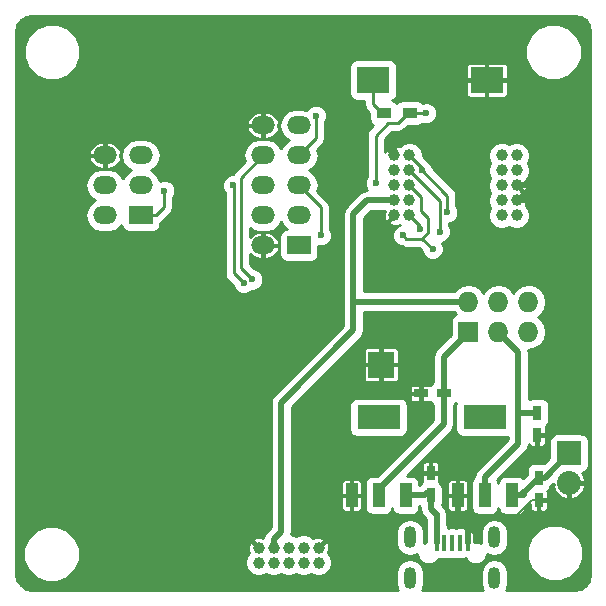
<source format=gbr>
G04 #@! TF.FileFunction,Copper,L1,Top,Signal*
%FSLAX46Y46*%
G04 Gerber Fmt 4.6, Leading zero omitted, Abs format (unit mm)*
G04 Created by KiCad (PCBNEW (2015-05-09 BZR 5648)-product) date fre 07 aug 2015 21:35:44 CEST*
%MOMM*%
G01*
G04 APERTURE LIST*
%ADD10C,0.100000*%
%ADD11R,2.800000X2.200000*%
%ADD12R,1.200000X0.900000*%
%ADD13R,2.000000X1.500000*%
%ADD14O,2.000000X1.500000*%
%ADD15C,1.000000*%
%ADD16R,0.400000X1.400000*%
%ADD17O,1.050000X1.850000*%
%ADD18R,0.750000X1.200000*%
%ADD19R,1.727200X1.727200*%
%ADD20O,1.727200X1.727200*%
%ADD21R,2.032000X2.032000*%
%ADD22O,2.032000X2.032000*%
%ADD23R,2.235200X2.235200*%
%ADD24R,3.657600X2.032000*%
%ADD25R,1.016000X2.032000*%
%ADD26R,1.200000X0.750000*%
%ADD27C,0.600000*%
%ADD28C,0.254000*%
%ADD29C,0.508000*%
%ADD30C,0.203200*%
G04 APERTURE END LIST*
D10*
D11*
X134935560Y-85140800D03*
X144535560Y-85140800D03*
D12*
X135821240Y-87919560D03*
X138021240Y-87919560D03*
D13*
X115261200Y-96596200D03*
D14*
X112221200Y-96596200D03*
X115261200Y-94056200D03*
X112221200Y-94056200D03*
X115261200Y-91516200D03*
X112221200Y-91516200D03*
X128647000Y-88976200D03*
X125607000Y-88976200D03*
X125607000Y-91516200D03*
X128647000Y-91516200D03*
D13*
X128647000Y-99136200D03*
D14*
X125607000Y-99136200D03*
X128647000Y-96596200D03*
X125607000Y-96596200D03*
X128647000Y-94056200D03*
X125607000Y-94056200D03*
D15*
X125222000Y-124714000D03*
X125222000Y-125984000D03*
X126492000Y-124714000D03*
X126492000Y-125984000D03*
X127762000Y-124714000D03*
X127762000Y-125984000D03*
X129032000Y-124714000D03*
X129032000Y-125984000D03*
X130302000Y-124714000D03*
X130302000Y-125984000D03*
X145796000Y-96596200D03*
X147066000Y-96596200D03*
X145796000Y-95326200D03*
X147066000Y-95326200D03*
X145796000Y-94056200D03*
X147066000Y-94056200D03*
X145796000Y-92786200D03*
X147066000Y-92786200D03*
X145796000Y-91516200D03*
X147066000Y-91516200D03*
X136728200Y-96596200D03*
X137998200Y-96596200D03*
X136728200Y-95326200D03*
X137998200Y-95326200D03*
X136728200Y-94056200D03*
X137998200Y-94056200D03*
X136728200Y-92786200D03*
X137998200Y-92786200D03*
X136728200Y-91516200D03*
X137998200Y-91516200D03*
D16*
X141617700Y-124360500D03*
X142267700Y-124360500D03*
X140967700Y-124360500D03*
X140317700Y-124360500D03*
X142917700Y-124360500D03*
D17*
X138042700Y-127310500D03*
X145192700Y-127310500D03*
X138042700Y-123860500D03*
X145192700Y-123860500D03*
D18*
X148945600Y-118785600D03*
X148945600Y-120685600D03*
X148818600Y-113299200D03*
X148818600Y-115199200D03*
X139788900Y-120304600D03*
X139788900Y-118404600D03*
D19*
X142996920Y-106441240D03*
D20*
X142996920Y-103901240D03*
X145536920Y-106441240D03*
X145536920Y-103901240D03*
X148076920Y-106441240D03*
X148076920Y-103901240D03*
D21*
X151521160Y-116720620D03*
D22*
X151521160Y-119260620D03*
D23*
X135610600Y-109232700D03*
D24*
X135382000Y-113698000D03*
D25*
X135382000Y-120302000D03*
X137668000Y-120302000D03*
X133096000Y-120302000D03*
D24*
X144373600Y-113698000D03*
D25*
X144373600Y-120302000D03*
X146659600Y-120302000D03*
X142087600Y-120302000D03*
D26*
X140891300Y-111671100D03*
X138991300Y-111671100D03*
D27*
X117236240Y-94493080D03*
X138931847Y-97745747D03*
X139049760Y-92755720D03*
X141208760Y-96342200D03*
X139415520Y-87939880D03*
X135144970Y-93869970D03*
X123962160Y-102326440D03*
X123096751Y-94056200D03*
X137452100Y-98280510D03*
X130475010Y-98280510D03*
X139958042Y-99431878D03*
X130086100Y-88150700D03*
X140551806Y-97964808D03*
X124690328Y-102018764D03*
X140309600Y-123073160D03*
D28*
X117236240Y-94493080D02*
X117236240Y-95885000D01*
X116525040Y-96596200D02*
X115011200Y-96596200D01*
X117236240Y-95885000D02*
X116525040Y-96596200D01*
D29*
X126492000Y-124006894D02*
X127131094Y-123367800D01*
X126492000Y-124714000D02*
X126492000Y-124006894D01*
X127131094Y-123367800D02*
X127131094Y-112436626D01*
X127131094Y-112436626D02*
X133243320Y-106324400D01*
X136728200Y-95326200D02*
X134396480Y-95326200D01*
X134396480Y-95326200D02*
X133243320Y-96479360D01*
X133270712Y-103901240D02*
X133243320Y-103928632D01*
X142996920Y-103901240D02*
X133270712Y-103901240D01*
X133243320Y-103928632D02*
X133243320Y-106324400D01*
X133243320Y-96479360D02*
X133243320Y-103928632D01*
D28*
X138931847Y-97529847D02*
X137998200Y-96596200D01*
X138931847Y-97745747D02*
X138931847Y-97529847D01*
X139049760Y-92567760D02*
X139049760Y-92755720D01*
X137998200Y-91516200D02*
X139049760Y-92567760D01*
X141045934Y-94751894D02*
X139049760Y-92755720D01*
X141208760Y-94914720D02*
X141045934Y-94751894D01*
X141208760Y-96342200D02*
X141208760Y-94914720D01*
X138041560Y-87939880D02*
X138021240Y-87919560D01*
X139415520Y-87939880D02*
X138041560Y-87939880D01*
X123962160Y-102326440D02*
X123129040Y-101493320D01*
X123129040Y-99781360D02*
X123118880Y-99771200D01*
X123129040Y-101493320D02*
X123129040Y-99781360D01*
X123129040Y-94088489D02*
X123096751Y-94056200D01*
X123129040Y-99781360D02*
X123129040Y-94088489D01*
X137012720Y-88778080D02*
X137871240Y-87919560D01*
X137871240Y-87919560D02*
X138021240Y-87919560D01*
X136204960Y-88778080D02*
X137012720Y-88778080D01*
X135144970Y-89838070D02*
X136204960Y-88778080D01*
X135144970Y-93869970D02*
X135144970Y-89838070D01*
D29*
X142087600Y-120302000D02*
X142087600Y-121826000D01*
X142087600Y-121826000D02*
X141866600Y-122047000D01*
D30*
X146994400Y-124271600D02*
X146994400Y-122058600D01*
X146994400Y-122058600D02*
X148367400Y-120685600D01*
X148367400Y-120685600D02*
X148945600Y-120685600D01*
X146994400Y-124271600D02*
X146994400Y-126208000D01*
D29*
X136728200Y-90809094D02*
X138144534Y-89392760D01*
X136728200Y-91516200D02*
X136728200Y-90809094D01*
X138144534Y-89392760D02*
X149016720Y-89392760D01*
X147773106Y-94056200D02*
X147066000Y-94056200D01*
X149016720Y-92812586D02*
X147773106Y-94056200D01*
X149016720Y-89392760D02*
X149016720Y-92812586D01*
X147773106Y-95326200D02*
X147834066Y-95387160D01*
X147066000Y-95326200D02*
X147773106Y-95326200D01*
X147834066Y-95387160D02*
X148701760Y-95387160D01*
X142917700Y-122656100D02*
X142087600Y-121826000D01*
X142917700Y-124360500D02*
X142917700Y-122656100D01*
D28*
X138976100Y-95034100D02*
X137998200Y-94056200D01*
X138976100Y-96215200D02*
X138976100Y-95034100D01*
X139549348Y-96788448D02*
X138976100Y-96215200D01*
X139549348Y-98042148D02*
X139549348Y-96788448D01*
X139010987Y-98580509D02*
X139549348Y-98042148D01*
X137752099Y-98580509D02*
X139010987Y-98580509D01*
X137452100Y-98280510D02*
X137752099Y-98580509D01*
X130475010Y-95884210D02*
X130475010Y-98280510D01*
X128647000Y-94056200D02*
X130475010Y-95884210D01*
X128397000Y-94056200D02*
X128647000Y-94056200D01*
X139010987Y-98580509D02*
X139106673Y-98580509D01*
X139106673Y-98580509D02*
X139958042Y-99431878D01*
X128647000Y-91516200D02*
X128397000Y-91516200D01*
X130086100Y-90077100D02*
X128647000Y-91516200D01*
X130086100Y-88150700D02*
X130086100Y-90077100D01*
X140551806Y-97540544D02*
X140551806Y-97964808D01*
X137998200Y-92786200D02*
X140551806Y-95339806D01*
X140551806Y-95339806D02*
X140551806Y-97540544D01*
X125607000Y-91516200D02*
X125857000Y-91516200D01*
X123736390Y-93386810D02*
X125607000Y-91516200D01*
X123736390Y-101064826D02*
X123736390Y-93386810D01*
X124690328Y-102018764D02*
X123736390Y-101064826D01*
X135671240Y-87919560D02*
X135821240Y-87919560D01*
X134935560Y-87183880D02*
X135671240Y-87919560D01*
X134935560Y-85140800D02*
X134935560Y-87183880D01*
D30*
X146659600Y-120810000D02*
X146659600Y-120302000D01*
D29*
X147429200Y-120302000D02*
X148945600Y-118785600D01*
X146659600Y-120302000D02*
X147429200Y-120302000D01*
X146659600Y-120302000D02*
X147675600Y-120302000D01*
X139613868Y-120037890D02*
X139788900Y-120037890D01*
X139349758Y-120302000D02*
X139613868Y-120037890D01*
X137668000Y-120302000D02*
X139349758Y-120302000D01*
X140317700Y-123081260D02*
X140309600Y-123073160D01*
X140317700Y-124360500D02*
X140317700Y-123081260D01*
X140309600Y-123073160D02*
X140309600Y-121874280D01*
X139788900Y-121412600D02*
X139788900Y-120304600D01*
X140250580Y-121874280D02*
X139788900Y-121412600D01*
X140309600Y-121874280D02*
X140250580Y-121874280D01*
X149456180Y-118785600D02*
X151521160Y-116720620D01*
X148945600Y-118785600D02*
X149456180Y-118785600D01*
X144373600Y-119794000D02*
X144373600Y-120302000D01*
X144373600Y-118778000D02*
X147218400Y-115933200D01*
X144373600Y-120302000D02*
X144373600Y-118778000D01*
X147933100Y-113296700D02*
X147218400Y-113296700D01*
X147935600Y-113299200D02*
X147933100Y-113296700D01*
X148818600Y-113299200D02*
X147935600Y-113299200D01*
X147218400Y-115933200D02*
X147218400Y-113296700D01*
X147218400Y-108122720D02*
X145536920Y-106441240D01*
X147218400Y-113296700D02*
X147218400Y-108122720D01*
X140891300Y-114284700D02*
X140891300Y-111671100D01*
X135382000Y-119794000D02*
X140891300Y-114284700D01*
X135382000Y-120302000D02*
X135382000Y-119794000D01*
X142415250Y-107022910D02*
X142996920Y-107022910D01*
X140891300Y-108546860D02*
X142415250Y-107022910D01*
X140891300Y-111671100D02*
X140891300Y-108546860D01*
D28*
G36*
X153315000Y-126932533D02*
X153202502Y-127498093D01*
X153184600Y-127524885D01*
X153184600Y-117736620D01*
X153184600Y-115704620D01*
X153137623Y-115462497D01*
X152997833Y-115249693D01*
X152786800Y-115107243D01*
X152575613Y-115064891D01*
X152575613Y-82280875D01*
X152213284Y-81403971D01*
X151542958Y-80732474D01*
X150666687Y-80368615D01*
X149717875Y-80367787D01*
X148840971Y-80730116D01*
X148169474Y-81400442D01*
X147805615Y-82276713D01*
X147804787Y-83225525D01*
X148167116Y-84102429D01*
X148837442Y-84773926D01*
X149713713Y-85137785D01*
X150662525Y-85138613D01*
X151539429Y-84776284D01*
X152210926Y-84105958D01*
X152574785Y-83229687D01*
X152575613Y-82280875D01*
X152575613Y-115064891D01*
X152537160Y-115057180D01*
X150505160Y-115057180D01*
X150263037Y-115104157D01*
X150050233Y-115243947D01*
X149907783Y-115454980D01*
X149857720Y-115704620D01*
X149857720Y-117126824D01*
X149574600Y-117409943D01*
X149574600Y-115874986D01*
X149574600Y-115357950D01*
X149479350Y-115262700D01*
X148882100Y-115262700D01*
X148882100Y-116084950D01*
X148977350Y-116180200D01*
X149117814Y-116180200D01*
X149269385Y-116180200D01*
X149409419Y-116122196D01*
X149516596Y-116015020D01*
X149574600Y-115874986D01*
X149574600Y-117409943D01*
X149425372Y-117559171D01*
X149320600Y-117538160D01*
X148570600Y-117538160D01*
X148328477Y-117585137D01*
X148115673Y-117724927D01*
X147973223Y-117935960D01*
X147923160Y-118185600D01*
X147923160Y-118550804D01*
X147634068Y-118839895D01*
X147628273Y-118831073D01*
X147417240Y-118688623D01*
X147167600Y-118638560D01*
X146151600Y-118638560D01*
X145909477Y-118685537D01*
X145696673Y-118825327D01*
X145554223Y-119036360D01*
X145516805Y-119222942D01*
X145482063Y-119043877D01*
X145435635Y-118973200D01*
X147847018Y-116561818D01*
X148039729Y-116273406D01*
X148039729Y-116273405D01*
X148100688Y-115966940D01*
X148120604Y-116015020D01*
X148227781Y-116122196D01*
X148367815Y-116180200D01*
X148519386Y-116180200D01*
X148659850Y-116180200D01*
X148755100Y-116084950D01*
X148755100Y-115262700D01*
X148735100Y-115262700D01*
X148735100Y-115135700D01*
X148755100Y-115135700D01*
X148755100Y-115115700D01*
X148882100Y-115115700D01*
X148882100Y-115135700D01*
X149479350Y-115135700D01*
X149574600Y-115040450D01*
X149574600Y-114523414D01*
X149537161Y-114433028D01*
X149648527Y-114359873D01*
X149790977Y-114148840D01*
X149841040Y-113899200D01*
X149841040Y-112699200D01*
X149794063Y-112457077D01*
X149654273Y-112244273D01*
X149443240Y-112101823D01*
X149193600Y-112051760D01*
X148443600Y-112051760D01*
X148201477Y-112098737D01*
X148107400Y-112160535D01*
X148107400Y-108122720D01*
X148076860Y-107969187D01*
X148076920Y-107969199D01*
X148650409Y-107855125D01*
X149136590Y-107530269D01*
X149461446Y-107044088D01*
X149575520Y-106470599D01*
X149575520Y-106411881D01*
X149461446Y-105838392D01*
X149136590Y-105352211D01*
X148865747Y-105171240D01*
X149136590Y-104990269D01*
X149461446Y-104504088D01*
X149575520Y-103930599D01*
X149575520Y-103871881D01*
X149461446Y-103298392D01*
X149136590Y-102812211D01*
X148650409Y-102487355D01*
X148201197Y-102398001D01*
X148201197Y-96371425D01*
X148028767Y-95954114D01*
X147841445Y-95766465D01*
X147952080Y-95473624D01*
X147941048Y-95123313D01*
X147828214Y-94850910D01*
X147676937Y-94805066D01*
X147155803Y-95326200D01*
X147169945Y-95340342D01*
X147080142Y-95430145D01*
X147066000Y-95416003D01*
X147051857Y-95430144D01*
X146962054Y-95340341D01*
X146976197Y-95326200D01*
X146962055Y-95312058D01*
X147051858Y-95222255D01*
X147066000Y-95236397D01*
X147443460Y-94858936D01*
X147541290Y-94818414D01*
X147566208Y-94736188D01*
X147587134Y-94715263D01*
X147579841Y-94691200D01*
X147587134Y-94667137D01*
X147566208Y-94646211D01*
X147541290Y-94563986D01*
X147449186Y-94529189D01*
X147066000Y-94146003D01*
X147051857Y-94160144D01*
X146962054Y-94070341D01*
X146976197Y-94056200D01*
X146962055Y-94042058D01*
X147051858Y-93952255D01*
X147066000Y-93966397D01*
X147080141Y-93952254D01*
X147169944Y-94042057D01*
X147155803Y-94056200D01*
X147676937Y-94577334D01*
X147828214Y-94531490D01*
X147952080Y-94203624D01*
X147941048Y-93853313D01*
X147842320Y-93614966D01*
X148027645Y-93429965D01*
X148200803Y-93012956D01*
X148201197Y-92561425D01*
X148031490Y-92150704D01*
X148200803Y-91742956D01*
X148201197Y-91291425D01*
X148028767Y-90874114D01*
X147709765Y-90554555D01*
X147292756Y-90381397D01*
X146841225Y-90381003D01*
X146430504Y-90550709D01*
X146316560Y-90503395D01*
X146316560Y-86316585D01*
X146316560Y-86165014D01*
X146316560Y-85299550D01*
X146316560Y-84982050D01*
X146316560Y-84116586D01*
X146316560Y-83965015D01*
X146258556Y-83824981D01*
X146151380Y-83717804D01*
X146011346Y-83659800D01*
X144694310Y-83659800D01*
X144599060Y-83755050D01*
X144599060Y-85077300D01*
X146221310Y-85077300D01*
X146316560Y-84982050D01*
X146316560Y-85299550D01*
X146221310Y-85204300D01*
X144599060Y-85204300D01*
X144599060Y-86526550D01*
X144694310Y-86621800D01*
X146011346Y-86621800D01*
X146151380Y-86563796D01*
X146258556Y-86456619D01*
X146316560Y-86316585D01*
X146316560Y-90503395D01*
X146022756Y-90381397D01*
X145571225Y-90381003D01*
X145153914Y-90553433D01*
X144834355Y-90872435D01*
X144661197Y-91289444D01*
X144660803Y-91740975D01*
X144830509Y-92151695D01*
X144661197Y-92559444D01*
X144660803Y-93010975D01*
X144830509Y-93421695D01*
X144661197Y-93829444D01*
X144660803Y-94280975D01*
X144830509Y-94691695D01*
X144661197Y-95099444D01*
X144660803Y-95550975D01*
X144830509Y-95961695D01*
X144661197Y-96369444D01*
X144660803Y-96820975D01*
X144833233Y-97238286D01*
X145152235Y-97557845D01*
X145569244Y-97731003D01*
X146020775Y-97731397D01*
X146431495Y-97561690D01*
X146839244Y-97731003D01*
X147290775Y-97731397D01*
X147708086Y-97558967D01*
X148027645Y-97239965D01*
X148200803Y-96822956D01*
X148201197Y-96371425D01*
X148201197Y-102398001D01*
X148076920Y-102373281D01*
X147503431Y-102487355D01*
X147017250Y-102812211D01*
X146806920Y-103126991D01*
X146596590Y-102812211D01*
X146110409Y-102487355D01*
X145536920Y-102373281D01*
X144963431Y-102487355D01*
X144477250Y-102812211D01*
X144472060Y-102819978D01*
X144472060Y-86526550D01*
X144472060Y-85204300D01*
X144472060Y-85077300D01*
X144472060Y-83755050D01*
X144376810Y-83659800D01*
X143059774Y-83659800D01*
X142919740Y-83717804D01*
X142812564Y-83824981D01*
X142754560Y-83965015D01*
X142754560Y-84116586D01*
X142754560Y-84982050D01*
X142849810Y-85077300D01*
X144472060Y-85077300D01*
X144472060Y-85204300D01*
X142849810Y-85204300D01*
X142754560Y-85299550D01*
X142754560Y-86165014D01*
X142754560Y-86316585D01*
X142812564Y-86456619D01*
X142919740Y-86563796D01*
X143059774Y-86621800D01*
X144376810Y-86621800D01*
X144472060Y-86526550D01*
X144472060Y-102819978D01*
X144266920Y-103126991D01*
X144056590Y-102812211D01*
X143570409Y-102487355D01*
X142996920Y-102373281D01*
X142423431Y-102487355D01*
X141937250Y-102812211D01*
X141803594Y-103012240D01*
X134132320Y-103012240D01*
X134132320Y-96847596D01*
X134764716Y-96215200D01*
X135930363Y-96215200D01*
X135842120Y-96448776D01*
X135853152Y-96799087D01*
X135965986Y-97071490D01*
X136117263Y-97117334D01*
X136638397Y-96596200D01*
X136624255Y-96582058D01*
X136714058Y-96492255D01*
X136728200Y-96506397D01*
X136742341Y-96492254D01*
X136832144Y-96582057D01*
X136818003Y-96596200D01*
X136832145Y-96610342D01*
X136742342Y-96700145D01*
X136728200Y-96686003D01*
X136207066Y-97207137D01*
X136252910Y-97358414D01*
X136580776Y-97482280D01*
X136931087Y-97471248D01*
X137169433Y-97372520D01*
X137178701Y-97381804D01*
X136923157Y-97487393D01*
X136659908Y-97750183D01*
X136517262Y-98093711D01*
X136516938Y-98465677D01*
X136658983Y-98809453D01*
X136921773Y-99072702D01*
X137265301Y-99215348D01*
X137357113Y-99215427D01*
X137361475Y-99218343D01*
X137460494Y-99284505D01*
X137460495Y-99284505D01*
X137752099Y-99342509D01*
X138791042Y-99342509D01*
X139022917Y-99574383D01*
X139022880Y-99617045D01*
X139164925Y-99960821D01*
X139427715Y-100224070D01*
X139771243Y-100366716D01*
X140143209Y-100367040D01*
X140486985Y-100224995D01*
X140750234Y-99962205D01*
X140892880Y-99618677D01*
X140893204Y-99246711D01*
X140751159Y-98902935D01*
X140744920Y-98896686D01*
X141080749Y-98757925D01*
X141343998Y-98495135D01*
X141486644Y-98151607D01*
X141486968Y-97779641D01*
X141344923Y-97435865D01*
X141313806Y-97404693D01*
X141313806Y-97277292D01*
X141393927Y-97277362D01*
X141737703Y-97135317D01*
X142000952Y-96872527D01*
X142143598Y-96528999D01*
X142143922Y-96157033D01*
X142001877Y-95813257D01*
X141970760Y-95782085D01*
X141970760Y-94914720D01*
X141912756Y-94623116D01*
X141912756Y-94623115D01*
X141846594Y-94524096D01*
X141747576Y-94375905D01*
X141584751Y-94213081D01*
X141584749Y-94213079D01*
X141584749Y-94213078D01*
X139984884Y-92613214D01*
X139984922Y-92570553D01*
X139842877Y-92226777D01*
X139580087Y-91963528D01*
X139482734Y-91923103D01*
X139133150Y-91573520D01*
X139133397Y-91291425D01*
X138960967Y-90874114D01*
X138641965Y-90554555D01*
X138224956Y-90381397D01*
X137773425Y-90381003D01*
X137356114Y-90553433D01*
X137168465Y-90740754D01*
X136875624Y-90630120D01*
X136525313Y-90641152D01*
X136252910Y-90753986D01*
X136207066Y-90905263D01*
X136728200Y-91426397D01*
X136742341Y-91412254D01*
X136832144Y-91502057D01*
X136818003Y-91516200D01*
X136832145Y-91530342D01*
X136742342Y-91620145D01*
X136728200Y-91606003D01*
X136714057Y-91620144D01*
X136624254Y-91530341D01*
X136638397Y-91516200D01*
X136117263Y-90995066D01*
X135965986Y-91040910D01*
X135906970Y-91197121D01*
X135906970Y-90153700D01*
X136520590Y-89540080D01*
X137012720Y-89540080D01*
X137012720Y-89540079D01*
X137304324Y-89482076D01*
X137304325Y-89482076D01*
X137551535Y-89316895D01*
X137851430Y-89017000D01*
X138621240Y-89017000D01*
X138863363Y-88970023D01*
X139076167Y-88830233D01*
X139086111Y-88815500D01*
X139228721Y-88874718D01*
X139600687Y-88875042D01*
X139944463Y-88732997D01*
X140207712Y-88470207D01*
X140350358Y-88126679D01*
X140350682Y-87754713D01*
X140208637Y-87410937D01*
X139945847Y-87147688D01*
X139602319Y-87005042D01*
X139230353Y-87004718D01*
X139108479Y-87055075D01*
X139081913Y-87014633D01*
X138870880Y-86872183D01*
X138621240Y-86822120D01*
X137421240Y-86822120D01*
X137179117Y-86869097D01*
X136966313Y-87008887D01*
X136921626Y-87075088D01*
X136881913Y-87014633D01*
X136670880Y-86872183D01*
X136546686Y-86847277D01*
X136577683Y-86841263D01*
X136790487Y-86701473D01*
X136932937Y-86490440D01*
X136983000Y-86240800D01*
X136983000Y-84040800D01*
X136936023Y-83798677D01*
X136796233Y-83585873D01*
X136585200Y-83443423D01*
X136335560Y-83393360D01*
X133535560Y-83393360D01*
X133293437Y-83440337D01*
X133080633Y-83580127D01*
X132938183Y-83791160D01*
X132888120Y-84040800D01*
X132888120Y-86240800D01*
X132935097Y-86482923D01*
X133074887Y-86695727D01*
X133285920Y-86838177D01*
X133535560Y-86888240D01*
X134173560Y-86888240D01*
X134173560Y-87183880D01*
X134231564Y-87475485D01*
X134396745Y-87722695D01*
X134573800Y-87899750D01*
X134573800Y-88369560D01*
X134620777Y-88611683D01*
X134760567Y-88824487D01*
X134951822Y-88953587D01*
X134606155Y-89299255D01*
X134440974Y-89546465D01*
X134382970Y-89838070D01*
X134382970Y-93309503D01*
X134352778Y-93339643D01*
X134210132Y-93683171D01*
X134209808Y-94055137D01*
X134351853Y-94398913D01*
X134391134Y-94438263D01*
X134056275Y-94504870D01*
X133767862Y-94697582D01*
X132614702Y-95850742D01*
X132421991Y-96139154D01*
X132354320Y-96479360D01*
X132354320Y-103928632D01*
X132354320Y-105956164D01*
X131410172Y-106900312D01*
X131410172Y-98095343D01*
X131268127Y-97751567D01*
X131237010Y-97720395D01*
X131237010Y-95884210D01*
X131179007Y-95592606D01*
X131179006Y-95592605D01*
X131013826Y-95345395D01*
X130216243Y-94547813D01*
X130314032Y-94056200D01*
X130208605Y-93526183D01*
X129908375Y-93076857D01*
X129473376Y-92786200D01*
X129908375Y-92495543D01*
X130208605Y-92046217D01*
X130314032Y-91516200D01*
X130216243Y-91024586D01*
X130624915Y-90615915D01*
X130624916Y-90615915D01*
X130723934Y-90467723D01*
X130790096Y-90368705D01*
X130790096Y-90368704D01*
X130848100Y-90077100D01*
X130848100Y-88711166D01*
X130878292Y-88681027D01*
X131020938Y-88337499D01*
X131021262Y-87965533D01*
X130879217Y-87621757D01*
X130616427Y-87358508D01*
X130272899Y-87215862D01*
X129900933Y-87215538D01*
X129557157Y-87357583D01*
X129293908Y-87620373D01*
X129277259Y-87660466D01*
X128929032Y-87591200D01*
X128364968Y-87591200D01*
X127834951Y-87696627D01*
X127385625Y-87996857D01*
X127085395Y-88446183D01*
X126988000Y-88935820D01*
X126988000Y-88912698D01*
X126962380Y-88912698D01*
X126890802Y-88912698D01*
X126962380Y-88736833D01*
X126926208Y-88602052D01*
X126701639Y-88221364D01*
X126348481Y-87955593D01*
X125920500Y-87845200D01*
X125670500Y-87845200D01*
X125670500Y-88912700D01*
X125690500Y-88912700D01*
X125690500Y-89039700D01*
X125670500Y-89039700D01*
X125670500Y-90107200D01*
X125920500Y-90107200D01*
X126348481Y-89996807D01*
X126701639Y-89731036D01*
X126926208Y-89350348D01*
X126962380Y-89215567D01*
X126890802Y-89039702D01*
X126962380Y-89039702D01*
X126988000Y-89039702D01*
X126988000Y-89016579D01*
X127085395Y-89506217D01*
X127385625Y-89955543D01*
X127820623Y-90246200D01*
X127385625Y-90536857D01*
X127127000Y-90923916D01*
X126962380Y-90677545D01*
X126868375Y-90536857D01*
X126419049Y-90236627D01*
X125889032Y-90131200D01*
X125543500Y-90131200D01*
X125543500Y-90107200D01*
X125543500Y-89039700D01*
X125543500Y-88912700D01*
X125543500Y-87845200D01*
X125293500Y-87845200D01*
X124865519Y-87955593D01*
X124512361Y-88221364D01*
X124287792Y-88602052D01*
X124251620Y-88736833D01*
X124323198Y-88912700D01*
X125543500Y-88912700D01*
X125543500Y-89039700D01*
X124323198Y-89039700D01*
X124251620Y-89215567D01*
X124287792Y-89350348D01*
X124512361Y-89731036D01*
X124865519Y-89996807D01*
X125293500Y-90107200D01*
X125543500Y-90107200D01*
X125543500Y-90131200D01*
X125324968Y-90131200D01*
X124794951Y-90236627D01*
X124345625Y-90536857D01*
X124045395Y-90986183D01*
X123939968Y-91516200D01*
X124037756Y-92007813D01*
X123197575Y-92847995D01*
X123032394Y-93095205D01*
X123027235Y-93121138D01*
X122911584Y-93121038D01*
X122567808Y-93263083D01*
X122304559Y-93525873D01*
X122161913Y-93869401D01*
X122161589Y-94241367D01*
X122303634Y-94585143D01*
X122367040Y-94648659D01*
X122367040Y-99720126D01*
X122356881Y-99771200D01*
X122367040Y-99822273D01*
X122367040Y-101493320D01*
X122425044Y-101784925D01*
X122590225Y-102032135D01*
X123027035Y-102468945D01*
X123026998Y-102511607D01*
X123169043Y-102855383D01*
X123431833Y-103118632D01*
X123775361Y-103261278D01*
X124147327Y-103261602D01*
X124491103Y-103119557D01*
X124657213Y-102953735D01*
X124875495Y-102953926D01*
X125219271Y-102811881D01*
X125482520Y-102549091D01*
X125625166Y-102205563D01*
X125625490Y-101833597D01*
X125483445Y-101489821D01*
X125220655Y-101226572D01*
X124877127Y-101083926D01*
X124833081Y-101083887D01*
X124498390Y-100749196D01*
X124498390Y-99867352D01*
X124512361Y-99891036D01*
X124865519Y-100156807D01*
X125293500Y-100267200D01*
X125543500Y-100267200D01*
X125543500Y-99199700D01*
X125523500Y-99199700D01*
X125523500Y-99072700D01*
X125543500Y-99072700D01*
X125543500Y-98005200D01*
X125293500Y-98005200D01*
X124865519Y-98115593D01*
X124512361Y-98381364D01*
X124498390Y-98405047D01*
X124498390Y-97677617D01*
X124794951Y-97875773D01*
X125324968Y-97981200D01*
X125889032Y-97981200D01*
X126419049Y-97875773D01*
X126868375Y-97575543D01*
X127127000Y-97188483D01*
X127385625Y-97575543D01*
X127633745Y-97741331D01*
X127404877Y-97785737D01*
X127192073Y-97925527D01*
X127049623Y-98136560D01*
X126999560Y-98386200D01*
X126999560Y-99886200D01*
X127046537Y-100128323D01*
X127186327Y-100341127D01*
X127397360Y-100483577D01*
X127647000Y-100533640D01*
X129647000Y-100533640D01*
X129889123Y-100486663D01*
X130101927Y-100346873D01*
X130244377Y-100135840D01*
X130294440Y-99886200D01*
X130294440Y-99215353D01*
X130660177Y-99215672D01*
X131003953Y-99073627D01*
X131267202Y-98810837D01*
X131409848Y-98467309D01*
X131410172Y-98095343D01*
X131410172Y-106900312D01*
X126962380Y-111348104D01*
X126962380Y-99375567D01*
X126962380Y-98896833D01*
X126926208Y-98762052D01*
X126701639Y-98381364D01*
X126348481Y-98115593D01*
X125920500Y-98005200D01*
X125670500Y-98005200D01*
X125670500Y-99072700D01*
X126890802Y-99072700D01*
X126962380Y-98896833D01*
X126962380Y-99375567D01*
X126890802Y-99199700D01*
X125670500Y-99199700D01*
X125670500Y-100267200D01*
X125920500Y-100267200D01*
X126348481Y-100156807D01*
X126701639Y-99891036D01*
X126926208Y-99510348D01*
X126962380Y-99375567D01*
X126962380Y-111348104D01*
X126502476Y-111808008D01*
X126309765Y-112096420D01*
X126242094Y-112436626D01*
X126242094Y-122999564D01*
X125863382Y-123378276D01*
X125670671Y-123666688D01*
X125619785Y-123922505D01*
X125369424Y-123827920D01*
X125019113Y-123838952D01*
X124746710Y-123951786D01*
X124700866Y-124103063D01*
X125222000Y-124624197D01*
X125236141Y-124610054D01*
X125325944Y-124699857D01*
X125311803Y-124714000D01*
X125325945Y-124728142D01*
X125236142Y-124817945D01*
X125222000Y-124803803D01*
X125207857Y-124817944D01*
X125118054Y-124728141D01*
X125132197Y-124714000D01*
X124611063Y-124192866D01*
X124459786Y-124238710D01*
X124335920Y-124566576D01*
X124346952Y-124916887D01*
X124445679Y-125155233D01*
X124260355Y-125340235D01*
X124087197Y-125757244D01*
X124086803Y-126208775D01*
X124259233Y-126626086D01*
X124578235Y-126945645D01*
X124995244Y-127118803D01*
X125446775Y-127119197D01*
X125857495Y-126949490D01*
X126265244Y-127118803D01*
X126716775Y-127119197D01*
X127127495Y-126949490D01*
X127535244Y-127118803D01*
X127986775Y-127119197D01*
X128397495Y-126949490D01*
X128805244Y-127118803D01*
X129256775Y-127119197D01*
X129667495Y-126949490D01*
X130075244Y-127118803D01*
X130526775Y-127119197D01*
X130944086Y-126946767D01*
X131263645Y-126627765D01*
X131436803Y-126210756D01*
X131437197Y-125759225D01*
X131264767Y-125341914D01*
X131077445Y-125154265D01*
X131188080Y-124861424D01*
X131177048Y-124511113D01*
X131064214Y-124238710D01*
X130912937Y-124192866D01*
X130391803Y-124714000D01*
X130405945Y-124728142D01*
X130316142Y-124817945D01*
X130302000Y-124803803D01*
X130287857Y-124817944D01*
X130198054Y-124728141D01*
X130212197Y-124714000D01*
X130198055Y-124699858D01*
X130287858Y-124610055D01*
X130302000Y-124624197D01*
X130823134Y-124103063D01*
X130777290Y-123951786D01*
X130449424Y-123827920D01*
X130099113Y-123838952D01*
X129860766Y-123937679D01*
X129675765Y-123752355D01*
X129258756Y-123579197D01*
X128807225Y-123578803D01*
X128396504Y-123748509D01*
X127988756Y-123579197D01*
X127978046Y-123579187D01*
X128020094Y-123367800D01*
X128020094Y-112804862D01*
X133871938Y-106953018D01*
X134064649Y-106664606D01*
X134064649Y-106664605D01*
X134132320Y-106324400D01*
X134132320Y-104790240D01*
X141803594Y-104790240D01*
X141924220Y-104970769D01*
X141891197Y-104977177D01*
X141678393Y-105116967D01*
X141535943Y-105328000D01*
X141485880Y-105577640D01*
X141485880Y-106695044D01*
X140262682Y-107918242D01*
X140069971Y-108206654D01*
X140002300Y-108546860D01*
X140002300Y-110726430D01*
X139836373Y-110835427D01*
X139757353Y-110952490D01*
X139667086Y-110915100D01*
X139150050Y-110915100D01*
X139054800Y-111010350D01*
X139054800Y-111607600D01*
X139074800Y-111607600D01*
X139074800Y-111734600D01*
X139054800Y-111734600D01*
X139054800Y-112331850D01*
X139150050Y-112427100D01*
X139667086Y-112427100D01*
X139757471Y-112389661D01*
X139830627Y-112501027D01*
X140002300Y-112616908D01*
X140002300Y-113916464D01*
X138927800Y-114990964D01*
X138927800Y-112331850D01*
X138927800Y-111734600D01*
X138927800Y-111607600D01*
X138927800Y-111010350D01*
X138832550Y-110915100D01*
X138315514Y-110915100D01*
X138175480Y-110973104D01*
X138068304Y-111080281D01*
X138010300Y-111220315D01*
X138010300Y-111371886D01*
X138010300Y-111512350D01*
X138105550Y-111607600D01*
X138927800Y-111607600D01*
X138927800Y-111734600D01*
X138105550Y-111734600D01*
X138010300Y-111829850D01*
X138010300Y-111970314D01*
X138010300Y-112121885D01*
X138068304Y-112261919D01*
X138175480Y-112369096D01*
X138315514Y-112427100D01*
X138832550Y-112427100D01*
X138927800Y-112331850D01*
X138927800Y-114990964D01*
X137858240Y-116060524D01*
X137858240Y-114714000D01*
X137858240Y-112682000D01*
X137811263Y-112439877D01*
X137671473Y-112227073D01*
X137460440Y-112084623D01*
X137210800Y-112034560D01*
X137109200Y-112034560D01*
X137109200Y-110426085D01*
X137109200Y-110274514D01*
X137109200Y-109391450D01*
X137109200Y-109073950D01*
X137109200Y-108190886D01*
X137109200Y-108039315D01*
X137051196Y-107899281D01*
X136944020Y-107792104D01*
X136803986Y-107734100D01*
X135769350Y-107734100D01*
X135674100Y-107829350D01*
X135674100Y-109169200D01*
X137013950Y-109169200D01*
X137109200Y-109073950D01*
X137109200Y-109391450D01*
X137013950Y-109296200D01*
X135674100Y-109296200D01*
X135674100Y-110636050D01*
X135769350Y-110731300D01*
X136803986Y-110731300D01*
X136944020Y-110673296D01*
X137051196Y-110566119D01*
X137109200Y-110426085D01*
X137109200Y-112034560D01*
X135547100Y-112034560D01*
X135547100Y-110636050D01*
X135547100Y-109296200D01*
X135547100Y-109169200D01*
X135547100Y-107829350D01*
X135451850Y-107734100D01*
X134417214Y-107734100D01*
X134277180Y-107792104D01*
X134170004Y-107899281D01*
X134112000Y-108039315D01*
X134112000Y-108190886D01*
X134112000Y-109073950D01*
X134207250Y-109169200D01*
X135547100Y-109169200D01*
X135547100Y-109296200D01*
X134207250Y-109296200D01*
X134112000Y-109391450D01*
X134112000Y-110274514D01*
X134112000Y-110426085D01*
X134170004Y-110566119D01*
X134277180Y-110673296D01*
X134417214Y-110731300D01*
X135451850Y-110731300D01*
X135547100Y-110636050D01*
X135547100Y-112034560D01*
X133553200Y-112034560D01*
X133311077Y-112081537D01*
X133098273Y-112221327D01*
X132955823Y-112432360D01*
X132905760Y-112682000D01*
X132905760Y-114714000D01*
X132952737Y-114956123D01*
X133092527Y-115168927D01*
X133303560Y-115311377D01*
X133553200Y-115361440D01*
X137210800Y-115361440D01*
X137452923Y-115314463D01*
X137665727Y-115174673D01*
X137808177Y-114963640D01*
X137858240Y-114714000D01*
X137858240Y-116060524D01*
X135280204Y-118638560D01*
X134874000Y-118638560D01*
X134631877Y-118685537D01*
X134419073Y-118825327D01*
X134276623Y-119036360D01*
X134226560Y-119286000D01*
X134226560Y-121318000D01*
X134273537Y-121560123D01*
X134413327Y-121772927D01*
X134624360Y-121915377D01*
X134874000Y-121965440D01*
X135890000Y-121965440D01*
X136132123Y-121918463D01*
X136344927Y-121778673D01*
X136487377Y-121567640D01*
X136524794Y-121381057D01*
X136559537Y-121560123D01*
X136699327Y-121772927D01*
X136910360Y-121915377D01*
X137160000Y-121965440D01*
X138176000Y-121965440D01*
X138418123Y-121918463D01*
X138630927Y-121778673D01*
X138773377Y-121567640D01*
X138823440Y-121318000D01*
X138823440Y-121191000D01*
X138842522Y-121191000D01*
X138899900Y-121278346D01*
X138899900Y-121412600D01*
X138967571Y-121752806D01*
X139160282Y-122041218D01*
X139420600Y-122301536D01*
X139420600Y-122775971D01*
X139374762Y-122886361D01*
X139374438Y-123258327D01*
X139428700Y-123389651D01*
X139428700Y-124225333D01*
X139427582Y-124225333D01*
X139196807Y-124320687D01*
X139202700Y-124291062D01*
X139202700Y-123429938D01*
X139114400Y-122986025D01*
X138862944Y-122609694D01*
X138486613Y-122358238D01*
X138042700Y-122269938D01*
X137598787Y-122358238D01*
X137222456Y-122609694D01*
X136971000Y-122986025D01*
X136882700Y-123429938D01*
X136882700Y-124291062D01*
X136971000Y-124734975D01*
X137222456Y-125111306D01*
X137598787Y-125362762D01*
X138042700Y-125451062D01*
X138486613Y-125362762D01*
X138657644Y-125248482D01*
X138657533Y-125375618D01*
X138803377Y-125728586D01*
X139073193Y-125998874D01*
X139425906Y-126145333D01*
X139807818Y-126145667D01*
X140160786Y-125999823D01*
X140431074Y-125730007D01*
X140440237Y-125707940D01*
X140517700Y-125707940D01*
X140644765Y-125683286D01*
X140767700Y-125707940D01*
X141167700Y-125707940D01*
X141294765Y-125683286D01*
X141417700Y-125707940D01*
X141817700Y-125707940D01*
X141944765Y-125683286D01*
X142067700Y-125707940D01*
X142467700Y-125707940D01*
X142709823Y-125660963D01*
X142761428Y-125627063D01*
X142803377Y-125728586D01*
X143073193Y-125998874D01*
X143425906Y-126145333D01*
X143807818Y-126145667D01*
X144160786Y-125999823D01*
X144431074Y-125730007D01*
X144577533Y-125377294D01*
X144577645Y-125248409D01*
X144748787Y-125362762D01*
X145192700Y-125451062D01*
X145636613Y-125362762D01*
X146012944Y-125111306D01*
X146264400Y-124734975D01*
X146352700Y-124291062D01*
X146352700Y-123429938D01*
X146264400Y-122986025D01*
X146012944Y-122609694D01*
X145636613Y-122358238D01*
X145192700Y-122269938D01*
X144748787Y-122358238D01*
X144372456Y-122609694D01*
X144121000Y-122986025D01*
X144032700Y-123429938D01*
X144032700Y-124291062D01*
X144038616Y-124320806D01*
X143809494Y-124225667D01*
X143475075Y-124225374D01*
X143498700Y-124201750D01*
X143498700Y-123736286D01*
X143498700Y-123584715D01*
X143440696Y-123444681D01*
X143333520Y-123337504D01*
X143193486Y-123279500D01*
X143076450Y-123279500D01*
X143016389Y-123339560D01*
X142981202Y-123285994D01*
X142981202Y-123279500D01*
X142976935Y-123279500D01*
X142976600Y-123278989D01*
X142976600Y-121393785D01*
X142976600Y-121242214D01*
X142976600Y-120460750D01*
X142976600Y-120143250D01*
X142976600Y-119361786D01*
X142976600Y-119210215D01*
X142918596Y-119070181D01*
X142811420Y-118963004D01*
X142671386Y-118905000D01*
X142246350Y-118905000D01*
X142151100Y-119000250D01*
X142151100Y-120238500D01*
X142881350Y-120238500D01*
X142976600Y-120143250D01*
X142976600Y-120460750D01*
X142881350Y-120365500D01*
X142151100Y-120365500D01*
X142151100Y-121603750D01*
X142246350Y-121699000D01*
X142671386Y-121699000D01*
X142811420Y-121640996D01*
X142918596Y-121533819D01*
X142976600Y-121393785D01*
X142976600Y-123278989D01*
X142928373Y-123205573D01*
X142717340Y-123063123D01*
X142467700Y-123013060D01*
X142067700Y-123013060D01*
X142024100Y-123021519D01*
X142024100Y-121603750D01*
X142024100Y-120365500D01*
X142024100Y-120238500D01*
X142024100Y-119000250D01*
X141928850Y-118905000D01*
X141503814Y-118905000D01*
X141363780Y-118963004D01*
X141256604Y-119070181D01*
X141198600Y-119210215D01*
X141198600Y-119361786D01*
X141198600Y-120143250D01*
X141293850Y-120238500D01*
X142024100Y-120238500D01*
X142024100Y-120365500D01*
X141293850Y-120365500D01*
X141198600Y-120460750D01*
X141198600Y-121242214D01*
X141198600Y-121393785D01*
X141256604Y-121533819D01*
X141363780Y-121640996D01*
X141503814Y-121699000D01*
X141928850Y-121699000D01*
X142024100Y-121603750D01*
X142024100Y-123021519D01*
X141940634Y-123037713D01*
X141817700Y-123013060D01*
X141417700Y-123013060D01*
X141290634Y-123037713D01*
X141244639Y-123028489D01*
X141244762Y-122887993D01*
X141198600Y-122776272D01*
X141198600Y-121874280D01*
X141130929Y-121534074D01*
X140938218Y-121245662D01*
X140766017Y-121130601D01*
X140811340Y-120904600D01*
X140811340Y-119704600D01*
X140764363Y-119462477D01*
X140624573Y-119249673D01*
X140507509Y-119170653D01*
X140544900Y-119080386D01*
X140544900Y-118563350D01*
X140544900Y-118245850D01*
X140544900Y-117728814D01*
X140486896Y-117588780D01*
X140379719Y-117481604D01*
X140239685Y-117423600D01*
X140088114Y-117423600D01*
X139947650Y-117423600D01*
X139852400Y-117518850D01*
X139852400Y-118341100D01*
X140449650Y-118341100D01*
X140544900Y-118245850D01*
X140544900Y-118563350D01*
X140449650Y-118468100D01*
X139852400Y-118468100D01*
X139852400Y-118488100D01*
X139725400Y-118488100D01*
X139725400Y-118468100D01*
X139725400Y-118341100D01*
X139725400Y-117518850D01*
X139630150Y-117423600D01*
X139489686Y-117423600D01*
X139338115Y-117423600D01*
X139198081Y-117481604D01*
X139090904Y-117588780D01*
X139032900Y-117728814D01*
X139032900Y-118245850D01*
X139128150Y-118341100D01*
X139725400Y-118341100D01*
X139725400Y-118468100D01*
X139128150Y-118468100D01*
X139032900Y-118563350D01*
X139032900Y-119080386D01*
X139070338Y-119170771D01*
X138958973Y-119243927D01*
X138844846Y-119413000D01*
X138823440Y-119413000D01*
X138823440Y-119286000D01*
X138776463Y-119043877D01*
X138636673Y-118831073D01*
X138425640Y-118688623D01*
X138176000Y-118638560D01*
X137794676Y-118638560D01*
X141519918Y-114913318D01*
X141712629Y-114624906D01*
X141712629Y-114624905D01*
X141780300Y-114284700D01*
X141780300Y-112615769D01*
X141930417Y-112517158D01*
X141897360Y-112682000D01*
X141897360Y-114714000D01*
X141944337Y-114956123D01*
X142084127Y-115168927D01*
X142295160Y-115311377D01*
X142544800Y-115361440D01*
X146202400Y-115361440D01*
X146329400Y-115336799D01*
X146329400Y-115564964D01*
X143744982Y-118149382D01*
X143552271Y-118437794D01*
X143484882Y-118776579D01*
X143410673Y-118825327D01*
X143268223Y-119036360D01*
X143218160Y-119286000D01*
X143218160Y-121318000D01*
X143265137Y-121560123D01*
X143404927Y-121772927D01*
X143615960Y-121915377D01*
X143865600Y-121965440D01*
X144881600Y-121965440D01*
X145123723Y-121918463D01*
X145336527Y-121778673D01*
X145478977Y-121567640D01*
X145516394Y-121381057D01*
X145551137Y-121560123D01*
X145690927Y-121772927D01*
X145901960Y-121915377D01*
X146151600Y-121965440D01*
X147167600Y-121965440D01*
X147409723Y-121918463D01*
X147622527Y-121778673D01*
X147764977Y-121567640D01*
X147815040Y-121318000D01*
X147815040Y-121163263D01*
X148015806Y-121123329D01*
X148189600Y-121007203D01*
X148189600Y-121361386D01*
X148247604Y-121501420D01*
X148354781Y-121608596D01*
X148494815Y-121666600D01*
X148646386Y-121666600D01*
X148786850Y-121666600D01*
X148882100Y-121571350D01*
X148882100Y-120749100D01*
X148862100Y-120749100D01*
X148862100Y-120622100D01*
X148882100Y-120622100D01*
X148882100Y-120602100D01*
X149009100Y-120602100D01*
X149009100Y-120622100D01*
X149606350Y-120622100D01*
X149701600Y-120526850D01*
X149701600Y-120009814D01*
X149664161Y-119919428D01*
X149775527Y-119846273D01*
X149917977Y-119635240D01*
X149943346Y-119508732D01*
X150084798Y-119414218D01*
X150174894Y-119324122D01*
X150220959Y-119324122D01*
X150152719Y-119541651D01*
X150354803Y-120029538D01*
X150737839Y-120417353D01*
X151240128Y-120629066D01*
X151457660Y-120560931D01*
X151457660Y-119324120D01*
X151437660Y-119324120D01*
X151437660Y-119197120D01*
X151457660Y-119197120D01*
X151457660Y-119177120D01*
X151584660Y-119177120D01*
X151584660Y-119197120D01*
X152821360Y-119197120D01*
X152889601Y-118979589D01*
X152687517Y-118491702D01*
X152574118Y-118376889D01*
X152779283Y-118337083D01*
X152992087Y-118197293D01*
X153134537Y-117986260D01*
X153184600Y-117736620D01*
X153184600Y-127524885D01*
X152920356Y-127920356D01*
X152889601Y-127940905D01*
X152889601Y-119541651D01*
X152821360Y-119324120D01*
X151584660Y-119324120D01*
X151584660Y-120560931D01*
X151802192Y-120629066D01*
X152304481Y-120417353D01*
X152687517Y-120029538D01*
X152889601Y-119541651D01*
X152889601Y-127940905D01*
X152702613Y-128065846D01*
X152702613Y-124698875D01*
X152340284Y-123821971D01*
X151669958Y-123150474D01*
X151457660Y-123062320D01*
X150793687Y-122786615D01*
X149844875Y-122785787D01*
X149701600Y-122844986D01*
X149701600Y-121361386D01*
X149701600Y-120844350D01*
X149606350Y-120749100D01*
X149009100Y-120749100D01*
X149009100Y-121571350D01*
X149104350Y-121666600D01*
X149244814Y-121666600D01*
X149396385Y-121666600D01*
X149536419Y-121608596D01*
X149643596Y-121501420D01*
X149701600Y-121361386D01*
X149701600Y-122844986D01*
X148967971Y-123148116D01*
X148296474Y-123818442D01*
X147932615Y-124694713D01*
X147931787Y-125643525D01*
X148294116Y-126520429D01*
X148964442Y-127191926D01*
X149840713Y-127555785D01*
X150789525Y-127556613D01*
X151666429Y-127194284D01*
X152337926Y-126523958D01*
X152701785Y-125647687D01*
X152702613Y-124698875D01*
X152702613Y-128065846D01*
X152498093Y-128202502D01*
X151932532Y-128315000D01*
X146177520Y-128315000D01*
X146264400Y-128184975D01*
X146352700Y-127741062D01*
X146352700Y-126879938D01*
X146264400Y-126436025D01*
X146012944Y-126059694D01*
X145636613Y-125808238D01*
X145192700Y-125719938D01*
X144748787Y-125808238D01*
X144372456Y-126059694D01*
X144121000Y-126436025D01*
X144032700Y-126879938D01*
X144032700Y-127741062D01*
X144121000Y-128184975D01*
X144207879Y-128315000D01*
X139027520Y-128315000D01*
X139114400Y-128184975D01*
X139202700Y-127741062D01*
X139202700Y-126879938D01*
X139114400Y-126436025D01*
X138862944Y-126059694D01*
X138486613Y-125808238D01*
X138042700Y-125719938D01*
X137598787Y-125808238D01*
X137222456Y-126059694D01*
X136971000Y-126436025D01*
X136882700Y-126879938D01*
X136882700Y-127741062D01*
X136971000Y-128184975D01*
X137057879Y-128315000D01*
X133985000Y-128315000D01*
X133985000Y-121393785D01*
X133985000Y-121242214D01*
X133985000Y-120460750D01*
X133985000Y-120143250D01*
X133985000Y-119361786D01*
X133985000Y-119210215D01*
X133926996Y-119070181D01*
X133819820Y-118963004D01*
X133679786Y-118905000D01*
X133254750Y-118905000D01*
X133159500Y-119000250D01*
X133159500Y-120238500D01*
X133889750Y-120238500D01*
X133985000Y-120143250D01*
X133985000Y-120460750D01*
X133889750Y-120365500D01*
X133159500Y-120365500D01*
X133159500Y-121603750D01*
X133254750Y-121699000D01*
X133679786Y-121699000D01*
X133819820Y-121640996D01*
X133926996Y-121533819D01*
X133985000Y-121393785D01*
X133985000Y-128315000D01*
X133032500Y-128315000D01*
X133032500Y-121603750D01*
X133032500Y-120365500D01*
X133032500Y-120238500D01*
X133032500Y-119000250D01*
X132937250Y-118905000D01*
X132512214Y-118905000D01*
X132372180Y-118963004D01*
X132265004Y-119070181D01*
X132207000Y-119210215D01*
X132207000Y-119361786D01*
X132207000Y-120143250D01*
X132302250Y-120238500D01*
X133032500Y-120238500D01*
X133032500Y-120365500D01*
X132302250Y-120365500D01*
X132207000Y-120460750D01*
X132207000Y-121242214D01*
X132207000Y-121393785D01*
X132265004Y-121533819D01*
X132372180Y-121640996D01*
X132512214Y-121699000D01*
X132937250Y-121699000D01*
X133032500Y-121603750D01*
X133032500Y-128315000D01*
X118171402Y-128315000D01*
X118171402Y-94307913D01*
X118029357Y-93964137D01*
X117766567Y-93700888D01*
X117423039Y-93558242D01*
X117051073Y-93557918D01*
X116845974Y-93642662D01*
X116822805Y-93526183D01*
X116522575Y-93076857D01*
X116087576Y-92786200D01*
X116522575Y-92495543D01*
X116822805Y-92046217D01*
X116928232Y-91516200D01*
X116822805Y-90986183D01*
X116522575Y-90536857D01*
X116073249Y-90236627D01*
X115543232Y-90131200D01*
X114979168Y-90131200D01*
X114449151Y-90236627D01*
X113999825Y-90536857D01*
X113699595Y-90986183D01*
X113602200Y-91475820D01*
X113602200Y-91452698D01*
X113576580Y-91452698D01*
X113505002Y-91452698D01*
X113576580Y-91276833D01*
X113540408Y-91142052D01*
X113315839Y-90761364D01*
X112962681Y-90495593D01*
X112534700Y-90385200D01*
X112284700Y-90385200D01*
X112284700Y-91452700D01*
X112304700Y-91452700D01*
X112304700Y-91579700D01*
X112284700Y-91579700D01*
X112284700Y-92647200D01*
X112534700Y-92647200D01*
X112962681Y-92536807D01*
X113315839Y-92271036D01*
X113540408Y-91890348D01*
X113576580Y-91755567D01*
X113505002Y-91579702D01*
X113576580Y-91579702D01*
X113602200Y-91579702D01*
X113602200Y-91556579D01*
X113699595Y-92046217D01*
X113999825Y-92495543D01*
X114434823Y-92786200D01*
X113999825Y-93076857D01*
X113741200Y-93463916D01*
X113576580Y-93217545D01*
X113482575Y-93076857D01*
X113033249Y-92776627D01*
X112503232Y-92671200D01*
X112157700Y-92671200D01*
X112157700Y-92647200D01*
X112157700Y-91579700D01*
X112157700Y-91452700D01*
X112157700Y-90385200D01*
X111907700Y-90385200D01*
X111479719Y-90495593D01*
X111126561Y-90761364D01*
X110901992Y-91142052D01*
X110865820Y-91276833D01*
X110937398Y-91452700D01*
X112157700Y-91452700D01*
X112157700Y-91579700D01*
X110937398Y-91579700D01*
X110865820Y-91755567D01*
X110901992Y-91890348D01*
X111126561Y-92271036D01*
X111479719Y-92536807D01*
X111907700Y-92647200D01*
X112157700Y-92647200D01*
X112157700Y-92671200D01*
X111939168Y-92671200D01*
X111409151Y-92776627D01*
X110959825Y-93076857D01*
X110659595Y-93526183D01*
X110554168Y-94056200D01*
X110659595Y-94586217D01*
X110959825Y-95035543D01*
X111394823Y-95326200D01*
X110959825Y-95616857D01*
X110659595Y-96066183D01*
X110554168Y-96596200D01*
X110659595Y-97126217D01*
X110959825Y-97575543D01*
X111409151Y-97875773D01*
X111939168Y-97981200D01*
X112503232Y-97981200D01*
X113033249Y-97875773D01*
X113482575Y-97575543D01*
X113618723Y-97371782D01*
X113660737Y-97588323D01*
X113800527Y-97801127D01*
X114011560Y-97943577D01*
X114261200Y-97993640D01*
X116261200Y-97993640D01*
X116503323Y-97946663D01*
X116716127Y-97806873D01*
X116858577Y-97595840D01*
X116908640Y-97346200D01*
X116908640Y-97238726D01*
X117063855Y-97135015D01*
X117775055Y-96423815D01*
X117775056Y-96423815D01*
X117874074Y-96275623D01*
X117940236Y-96176605D01*
X117940236Y-96176604D01*
X117998240Y-95885000D01*
X117998240Y-95053546D01*
X118028432Y-95023407D01*
X118171078Y-94679879D01*
X118171402Y-94307913D01*
X118171402Y-128315000D01*
X110132213Y-128315000D01*
X110132213Y-82268175D01*
X109769884Y-81391271D01*
X109099558Y-80719774D01*
X108223287Y-80355915D01*
X107274475Y-80355087D01*
X106397571Y-80717416D01*
X105726074Y-81387742D01*
X105362215Y-82264013D01*
X105361387Y-83212825D01*
X105723716Y-84089729D01*
X106394042Y-84761226D01*
X107270313Y-85125085D01*
X108219125Y-85125913D01*
X109096029Y-84763584D01*
X109767526Y-84093258D01*
X110131385Y-83216987D01*
X110132213Y-82268175D01*
X110132213Y-128315000D01*
X110081413Y-128315000D01*
X110081413Y-124787775D01*
X109719084Y-123910871D01*
X109048758Y-123239374D01*
X108172487Y-122875515D01*
X107223675Y-122874687D01*
X106346771Y-123237016D01*
X105675274Y-123907342D01*
X105311415Y-124783613D01*
X105310587Y-125732425D01*
X105672916Y-126609329D01*
X106343242Y-127280826D01*
X107219513Y-127644685D01*
X108168325Y-127645513D01*
X109045229Y-127283184D01*
X109716726Y-126612858D01*
X110080585Y-125736587D01*
X110081413Y-124787775D01*
X110081413Y-128315000D01*
X106067466Y-128315000D01*
X105501906Y-128202502D01*
X105079643Y-127920356D01*
X104797497Y-127498093D01*
X104685000Y-126932532D01*
X104685000Y-81067467D01*
X104797497Y-80501906D01*
X105079643Y-80079643D01*
X105501906Y-79797497D01*
X106067466Y-79685000D01*
X151932532Y-79685000D01*
X152498093Y-79797497D01*
X152920356Y-80079643D01*
X153202502Y-80501906D01*
X153315000Y-81067466D01*
X153315000Y-126932533D01*
X153315000Y-126932533D01*
G37*
X153315000Y-126932533D02*
X153202502Y-127498093D01*
X153184600Y-127524885D01*
X153184600Y-117736620D01*
X153184600Y-115704620D01*
X153137623Y-115462497D01*
X152997833Y-115249693D01*
X152786800Y-115107243D01*
X152575613Y-115064891D01*
X152575613Y-82280875D01*
X152213284Y-81403971D01*
X151542958Y-80732474D01*
X150666687Y-80368615D01*
X149717875Y-80367787D01*
X148840971Y-80730116D01*
X148169474Y-81400442D01*
X147805615Y-82276713D01*
X147804787Y-83225525D01*
X148167116Y-84102429D01*
X148837442Y-84773926D01*
X149713713Y-85137785D01*
X150662525Y-85138613D01*
X151539429Y-84776284D01*
X152210926Y-84105958D01*
X152574785Y-83229687D01*
X152575613Y-82280875D01*
X152575613Y-115064891D01*
X152537160Y-115057180D01*
X150505160Y-115057180D01*
X150263037Y-115104157D01*
X150050233Y-115243947D01*
X149907783Y-115454980D01*
X149857720Y-115704620D01*
X149857720Y-117126824D01*
X149574600Y-117409943D01*
X149574600Y-115874986D01*
X149574600Y-115357950D01*
X149479350Y-115262700D01*
X148882100Y-115262700D01*
X148882100Y-116084950D01*
X148977350Y-116180200D01*
X149117814Y-116180200D01*
X149269385Y-116180200D01*
X149409419Y-116122196D01*
X149516596Y-116015020D01*
X149574600Y-115874986D01*
X149574600Y-117409943D01*
X149425372Y-117559171D01*
X149320600Y-117538160D01*
X148570600Y-117538160D01*
X148328477Y-117585137D01*
X148115673Y-117724927D01*
X147973223Y-117935960D01*
X147923160Y-118185600D01*
X147923160Y-118550804D01*
X147634068Y-118839895D01*
X147628273Y-118831073D01*
X147417240Y-118688623D01*
X147167600Y-118638560D01*
X146151600Y-118638560D01*
X145909477Y-118685537D01*
X145696673Y-118825327D01*
X145554223Y-119036360D01*
X145516805Y-119222942D01*
X145482063Y-119043877D01*
X145435635Y-118973200D01*
X147847018Y-116561818D01*
X148039729Y-116273406D01*
X148039729Y-116273405D01*
X148100688Y-115966940D01*
X148120604Y-116015020D01*
X148227781Y-116122196D01*
X148367815Y-116180200D01*
X148519386Y-116180200D01*
X148659850Y-116180200D01*
X148755100Y-116084950D01*
X148755100Y-115262700D01*
X148735100Y-115262700D01*
X148735100Y-115135700D01*
X148755100Y-115135700D01*
X148755100Y-115115700D01*
X148882100Y-115115700D01*
X148882100Y-115135700D01*
X149479350Y-115135700D01*
X149574600Y-115040450D01*
X149574600Y-114523414D01*
X149537161Y-114433028D01*
X149648527Y-114359873D01*
X149790977Y-114148840D01*
X149841040Y-113899200D01*
X149841040Y-112699200D01*
X149794063Y-112457077D01*
X149654273Y-112244273D01*
X149443240Y-112101823D01*
X149193600Y-112051760D01*
X148443600Y-112051760D01*
X148201477Y-112098737D01*
X148107400Y-112160535D01*
X148107400Y-108122720D01*
X148076860Y-107969187D01*
X148076920Y-107969199D01*
X148650409Y-107855125D01*
X149136590Y-107530269D01*
X149461446Y-107044088D01*
X149575520Y-106470599D01*
X149575520Y-106411881D01*
X149461446Y-105838392D01*
X149136590Y-105352211D01*
X148865747Y-105171240D01*
X149136590Y-104990269D01*
X149461446Y-104504088D01*
X149575520Y-103930599D01*
X149575520Y-103871881D01*
X149461446Y-103298392D01*
X149136590Y-102812211D01*
X148650409Y-102487355D01*
X148201197Y-102398001D01*
X148201197Y-96371425D01*
X148028767Y-95954114D01*
X147841445Y-95766465D01*
X147952080Y-95473624D01*
X147941048Y-95123313D01*
X147828214Y-94850910D01*
X147676937Y-94805066D01*
X147155803Y-95326200D01*
X147169945Y-95340342D01*
X147080142Y-95430145D01*
X147066000Y-95416003D01*
X147051857Y-95430144D01*
X146962054Y-95340341D01*
X146976197Y-95326200D01*
X146962055Y-95312058D01*
X147051858Y-95222255D01*
X147066000Y-95236397D01*
X147443460Y-94858936D01*
X147541290Y-94818414D01*
X147566208Y-94736188D01*
X147587134Y-94715263D01*
X147579841Y-94691200D01*
X147587134Y-94667137D01*
X147566208Y-94646211D01*
X147541290Y-94563986D01*
X147449186Y-94529189D01*
X147066000Y-94146003D01*
X147051857Y-94160144D01*
X146962054Y-94070341D01*
X146976197Y-94056200D01*
X146962055Y-94042058D01*
X147051858Y-93952255D01*
X147066000Y-93966397D01*
X147080141Y-93952254D01*
X147169944Y-94042057D01*
X147155803Y-94056200D01*
X147676937Y-94577334D01*
X147828214Y-94531490D01*
X147952080Y-94203624D01*
X147941048Y-93853313D01*
X147842320Y-93614966D01*
X148027645Y-93429965D01*
X148200803Y-93012956D01*
X148201197Y-92561425D01*
X148031490Y-92150704D01*
X148200803Y-91742956D01*
X148201197Y-91291425D01*
X148028767Y-90874114D01*
X147709765Y-90554555D01*
X147292756Y-90381397D01*
X146841225Y-90381003D01*
X146430504Y-90550709D01*
X146316560Y-90503395D01*
X146316560Y-86316585D01*
X146316560Y-86165014D01*
X146316560Y-85299550D01*
X146316560Y-84982050D01*
X146316560Y-84116586D01*
X146316560Y-83965015D01*
X146258556Y-83824981D01*
X146151380Y-83717804D01*
X146011346Y-83659800D01*
X144694310Y-83659800D01*
X144599060Y-83755050D01*
X144599060Y-85077300D01*
X146221310Y-85077300D01*
X146316560Y-84982050D01*
X146316560Y-85299550D01*
X146221310Y-85204300D01*
X144599060Y-85204300D01*
X144599060Y-86526550D01*
X144694310Y-86621800D01*
X146011346Y-86621800D01*
X146151380Y-86563796D01*
X146258556Y-86456619D01*
X146316560Y-86316585D01*
X146316560Y-90503395D01*
X146022756Y-90381397D01*
X145571225Y-90381003D01*
X145153914Y-90553433D01*
X144834355Y-90872435D01*
X144661197Y-91289444D01*
X144660803Y-91740975D01*
X144830509Y-92151695D01*
X144661197Y-92559444D01*
X144660803Y-93010975D01*
X144830509Y-93421695D01*
X144661197Y-93829444D01*
X144660803Y-94280975D01*
X144830509Y-94691695D01*
X144661197Y-95099444D01*
X144660803Y-95550975D01*
X144830509Y-95961695D01*
X144661197Y-96369444D01*
X144660803Y-96820975D01*
X144833233Y-97238286D01*
X145152235Y-97557845D01*
X145569244Y-97731003D01*
X146020775Y-97731397D01*
X146431495Y-97561690D01*
X146839244Y-97731003D01*
X147290775Y-97731397D01*
X147708086Y-97558967D01*
X148027645Y-97239965D01*
X148200803Y-96822956D01*
X148201197Y-96371425D01*
X148201197Y-102398001D01*
X148076920Y-102373281D01*
X147503431Y-102487355D01*
X147017250Y-102812211D01*
X146806920Y-103126991D01*
X146596590Y-102812211D01*
X146110409Y-102487355D01*
X145536920Y-102373281D01*
X144963431Y-102487355D01*
X144477250Y-102812211D01*
X144472060Y-102819978D01*
X144472060Y-86526550D01*
X144472060Y-85204300D01*
X144472060Y-85077300D01*
X144472060Y-83755050D01*
X144376810Y-83659800D01*
X143059774Y-83659800D01*
X142919740Y-83717804D01*
X142812564Y-83824981D01*
X142754560Y-83965015D01*
X142754560Y-84116586D01*
X142754560Y-84982050D01*
X142849810Y-85077300D01*
X144472060Y-85077300D01*
X144472060Y-85204300D01*
X142849810Y-85204300D01*
X142754560Y-85299550D01*
X142754560Y-86165014D01*
X142754560Y-86316585D01*
X142812564Y-86456619D01*
X142919740Y-86563796D01*
X143059774Y-86621800D01*
X144376810Y-86621800D01*
X144472060Y-86526550D01*
X144472060Y-102819978D01*
X144266920Y-103126991D01*
X144056590Y-102812211D01*
X143570409Y-102487355D01*
X142996920Y-102373281D01*
X142423431Y-102487355D01*
X141937250Y-102812211D01*
X141803594Y-103012240D01*
X134132320Y-103012240D01*
X134132320Y-96847596D01*
X134764716Y-96215200D01*
X135930363Y-96215200D01*
X135842120Y-96448776D01*
X135853152Y-96799087D01*
X135965986Y-97071490D01*
X136117263Y-97117334D01*
X136638397Y-96596200D01*
X136624255Y-96582058D01*
X136714058Y-96492255D01*
X136728200Y-96506397D01*
X136742341Y-96492254D01*
X136832144Y-96582057D01*
X136818003Y-96596200D01*
X136832145Y-96610342D01*
X136742342Y-96700145D01*
X136728200Y-96686003D01*
X136207066Y-97207137D01*
X136252910Y-97358414D01*
X136580776Y-97482280D01*
X136931087Y-97471248D01*
X137169433Y-97372520D01*
X137178701Y-97381804D01*
X136923157Y-97487393D01*
X136659908Y-97750183D01*
X136517262Y-98093711D01*
X136516938Y-98465677D01*
X136658983Y-98809453D01*
X136921773Y-99072702D01*
X137265301Y-99215348D01*
X137357113Y-99215427D01*
X137361475Y-99218343D01*
X137460494Y-99284505D01*
X137460495Y-99284505D01*
X137752099Y-99342509D01*
X138791042Y-99342509D01*
X139022917Y-99574383D01*
X139022880Y-99617045D01*
X139164925Y-99960821D01*
X139427715Y-100224070D01*
X139771243Y-100366716D01*
X140143209Y-100367040D01*
X140486985Y-100224995D01*
X140750234Y-99962205D01*
X140892880Y-99618677D01*
X140893204Y-99246711D01*
X140751159Y-98902935D01*
X140744920Y-98896686D01*
X141080749Y-98757925D01*
X141343998Y-98495135D01*
X141486644Y-98151607D01*
X141486968Y-97779641D01*
X141344923Y-97435865D01*
X141313806Y-97404693D01*
X141313806Y-97277292D01*
X141393927Y-97277362D01*
X141737703Y-97135317D01*
X142000952Y-96872527D01*
X142143598Y-96528999D01*
X142143922Y-96157033D01*
X142001877Y-95813257D01*
X141970760Y-95782085D01*
X141970760Y-94914720D01*
X141912756Y-94623116D01*
X141912756Y-94623115D01*
X141846594Y-94524096D01*
X141747576Y-94375905D01*
X141584751Y-94213081D01*
X141584749Y-94213079D01*
X141584749Y-94213078D01*
X139984884Y-92613214D01*
X139984922Y-92570553D01*
X139842877Y-92226777D01*
X139580087Y-91963528D01*
X139482734Y-91923103D01*
X139133150Y-91573520D01*
X139133397Y-91291425D01*
X138960967Y-90874114D01*
X138641965Y-90554555D01*
X138224956Y-90381397D01*
X137773425Y-90381003D01*
X137356114Y-90553433D01*
X137168465Y-90740754D01*
X136875624Y-90630120D01*
X136525313Y-90641152D01*
X136252910Y-90753986D01*
X136207066Y-90905263D01*
X136728200Y-91426397D01*
X136742341Y-91412254D01*
X136832144Y-91502057D01*
X136818003Y-91516200D01*
X136832145Y-91530342D01*
X136742342Y-91620145D01*
X136728200Y-91606003D01*
X136714057Y-91620144D01*
X136624254Y-91530341D01*
X136638397Y-91516200D01*
X136117263Y-90995066D01*
X135965986Y-91040910D01*
X135906970Y-91197121D01*
X135906970Y-90153700D01*
X136520590Y-89540080D01*
X137012720Y-89540080D01*
X137012720Y-89540079D01*
X137304324Y-89482076D01*
X137304325Y-89482076D01*
X137551535Y-89316895D01*
X137851430Y-89017000D01*
X138621240Y-89017000D01*
X138863363Y-88970023D01*
X139076167Y-88830233D01*
X139086111Y-88815500D01*
X139228721Y-88874718D01*
X139600687Y-88875042D01*
X139944463Y-88732997D01*
X140207712Y-88470207D01*
X140350358Y-88126679D01*
X140350682Y-87754713D01*
X140208637Y-87410937D01*
X139945847Y-87147688D01*
X139602319Y-87005042D01*
X139230353Y-87004718D01*
X139108479Y-87055075D01*
X139081913Y-87014633D01*
X138870880Y-86872183D01*
X138621240Y-86822120D01*
X137421240Y-86822120D01*
X137179117Y-86869097D01*
X136966313Y-87008887D01*
X136921626Y-87075088D01*
X136881913Y-87014633D01*
X136670880Y-86872183D01*
X136546686Y-86847277D01*
X136577683Y-86841263D01*
X136790487Y-86701473D01*
X136932937Y-86490440D01*
X136983000Y-86240800D01*
X136983000Y-84040800D01*
X136936023Y-83798677D01*
X136796233Y-83585873D01*
X136585200Y-83443423D01*
X136335560Y-83393360D01*
X133535560Y-83393360D01*
X133293437Y-83440337D01*
X133080633Y-83580127D01*
X132938183Y-83791160D01*
X132888120Y-84040800D01*
X132888120Y-86240800D01*
X132935097Y-86482923D01*
X133074887Y-86695727D01*
X133285920Y-86838177D01*
X133535560Y-86888240D01*
X134173560Y-86888240D01*
X134173560Y-87183880D01*
X134231564Y-87475485D01*
X134396745Y-87722695D01*
X134573800Y-87899750D01*
X134573800Y-88369560D01*
X134620777Y-88611683D01*
X134760567Y-88824487D01*
X134951822Y-88953587D01*
X134606155Y-89299255D01*
X134440974Y-89546465D01*
X134382970Y-89838070D01*
X134382970Y-93309503D01*
X134352778Y-93339643D01*
X134210132Y-93683171D01*
X134209808Y-94055137D01*
X134351853Y-94398913D01*
X134391134Y-94438263D01*
X134056275Y-94504870D01*
X133767862Y-94697582D01*
X132614702Y-95850742D01*
X132421991Y-96139154D01*
X132354320Y-96479360D01*
X132354320Y-103928632D01*
X132354320Y-105956164D01*
X131410172Y-106900312D01*
X131410172Y-98095343D01*
X131268127Y-97751567D01*
X131237010Y-97720395D01*
X131237010Y-95884210D01*
X131179007Y-95592606D01*
X131179006Y-95592605D01*
X131013826Y-95345395D01*
X130216243Y-94547813D01*
X130314032Y-94056200D01*
X130208605Y-93526183D01*
X129908375Y-93076857D01*
X129473376Y-92786200D01*
X129908375Y-92495543D01*
X130208605Y-92046217D01*
X130314032Y-91516200D01*
X130216243Y-91024586D01*
X130624915Y-90615915D01*
X130624916Y-90615915D01*
X130723934Y-90467723D01*
X130790096Y-90368705D01*
X130790096Y-90368704D01*
X130848100Y-90077100D01*
X130848100Y-88711166D01*
X130878292Y-88681027D01*
X131020938Y-88337499D01*
X131021262Y-87965533D01*
X130879217Y-87621757D01*
X130616427Y-87358508D01*
X130272899Y-87215862D01*
X129900933Y-87215538D01*
X129557157Y-87357583D01*
X129293908Y-87620373D01*
X129277259Y-87660466D01*
X128929032Y-87591200D01*
X128364968Y-87591200D01*
X127834951Y-87696627D01*
X127385625Y-87996857D01*
X127085395Y-88446183D01*
X126988000Y-88935820D01*
X126988000Y-88912698D01*
X126962380Y-88912698D01*
X126890802Y-88912698D01*
X126962380Y-88736833D01*
X126926208Y-88602052D01*
X126701639Y-88221364D01*
X126348481Y-87955593D01*
X125920500Y-87845200D01*
X125670500Y-87845200D01*
X125670500Y-88912700D01*
X125690500Y-88912700D01*
X125690500Y-89039700D01*
X125670500Y-89039700D01*
X125670500Y-90107200D01*
X125920500Y-90107200D01*
X126348481Y-89996807D01*
X126701639Y-89731036D01*
X126926208Y-89350348D01*
X126962380Y-89215567D01*
X126890802Y-89039702D01*
X126962380Y-89039702D01*
X126988000Y-89039702D01*
X126988000Y-89016579D01*
X127085395Y-89506217D01*
X127385625Y-89955543D01*
X127820623Y-90246200D01*
X127385625Y-90536857D01*
X127127000Y-90923916D01*
X126962380Y-90677545D01*
X126868375Y-90536857D01*
X126419049Y-90236627D01*
X125889032Y-90131200D01*
X125543500Y-90131200D01*
X125543500Y-90107200D01*
X125543500Y-89039700D01*
X125543500Y-88912700D01*
X125543500Y-87845200D01*
X125293500Y-87845200D01*
X124865519Y-87955593D01*
X124512361Y-88221364D01*
X124287792Y-88602052D01*
X124251620Y-88736833D01*
X124323198Y-88912700D01*
X125543500Y-88912700D01*
X125543500Y-89039700D01*
X124323198Y-89039700D01*
X124251620Y-89215567D01*
X124287792Y-89350348D01*
X124512361Y-89731036D01*
X124865519Y-89996807D01*
X125293500Y-90107200D01*
X125543500Y-90107200D01*
X125543500Y-90131200D01*
X125324968Y-90131200D01*
X124794951Y-90236627D01*
X124345625Y-90536857D01*
X124045395Y-90986183D01*
X123939968Y-91516200D01*
X124037756Y-92007813D01*
X123197575Y-92847995D01*
X123032394Y-93095205D01*
X123027235Y-93121138D01*
X122911584Y-93121038D01*
X122567808Y-93263083D01*
X122304559Y-93525873D01*
X122161913Y-93869401D01*
X122161589Y-94241367D01*
X122303634Y-94585143D01*
X122367040Y-94648659D01*
X122367040Y-99720126D01*
X122356881Y-99771200D01*
X122367040Y-99822273D01*
X122367040Y-101493320D01*
X122425044Y-101784925D01*
X122590225Y-102032135D01*
X123027035Y-102468945D01*
X123026998Y-102511607D01*
X123169043Y-102855383D01*
X123431833Y-103118632D01*
X123775361Y-103261278D01*
X124147327Y-103261602D01*
X124491103Y-103119557D01*
X124657213Y-102953735D01*
X124875495Y-102953926D01*
X125219271Y-102811881D01*
X125482520Y-102549091D01*
X125625166Y-102205563D01*
X125625490Y-101833597D01*
X125483445Y-101489821D01*
X125220655Y-101226572D01*
X124877127Y-101083926D01*
X124833081Y-101083887D01*
X124498390Y-100749196D01*
X124498390Y-99867352D01*
X124512361Y-99891036D01*
X124865519Y-100156807D01*
X125293500Y-100267200D01*
X125543500Y-100267200D01*
X125543500Y-99199700D01*
X125523500Y-99199700D01*
X125523500Y-99072700D01*
X125543500Y-99072700D01*
X125543500Y-98005200D01*
X125293500Y-98005200D01*
X124865519Y-98115593D01*
X124512361Y-98381364D01*
X124498390Y-98405047D01*
X124498390Y-97677617D01*
X124794951Y-97875773D01*
X125324968Y-97981200D01*
X125889032Y-97981200D01*
X126419049Y-97875773D01*
X126868375Y-97575543D01*
X127127000Y-97188483D01*
X127385625Y-97575543D01*
X127633745Y-97741331D01*
X127404877Y-97785737D01*
X127192073Y-97925527D01*
X127049623Y-98136560D01*
X126999560Y-98386200D01*
X126999560Y-99886200D01*
X127046537Y-100128323D01*
X127186327Y-100341127D01*
X127397360Y-100483577D01*
X127647000Y-100533640D01*
X129647000Y-100533640D01*
X129889123Y-100486663D01*
X130101927Y-100346873D01*
X130244377Y-100135840D01*
X130294440Y-99886200D01*
X130294440Y-99215353D01*
X130660177Y-99215672D01*
X131003953Y-99073627D01*
X131267202Y-98810837D01*
X131409848Y-98467309D01*
X131410172Y-98095343D01*
X131410172Y-106900312D01*
X126962380Y-111348104D01*
X126962380Y-99375567D01*
X126962380Y-98896833D01*
X126926208Y-98762052D01*
X126701639Y-98381364D01*
X126348481Y-98115593D01*
X125920500Y-98005200D01*
X125670500Y-98005200D01*
X125670500Y-99072700D01*
X126890802Y-99072700D01*
X126962380Y-98896833D01*
X126962380Y-99375567D01*
X126890802Y-99199700D01*
X125670500Y-99199700D01*
X125670500Y-100267200D01*
X125920500Y-100267200D01*
X126348481Y-100156807D01*
X126701639Y-99891036D01*
X126926208Y-99510348D01*
X126962380Y-99375567D01*
X126962380Y-111348104D01*
X126502476Y-111808008D01*
X126309765Y-112096420D01*
X126242094Y-112436626D01*
X126242094Y-122999564D01*
X125863382Y-123378276D01*
X125670671Y-123666688D01*
X125619785Y-123922505D01*
X125369424Y-123827920D01*
X125019113Y-123838952D01*
X124746710Y-123951786D01*
X124700866Y-124103063D01*
X125222000Y-124624197D01*
X125236141Y-124610054D01*
X125325944Y-124699857D01*
X125311803Y-124714000D01*
X125325945Y-124728142D01*
X125236142Y-124817945D01*
X125222000Y-124803803D01*
X125207857Y-124817944D01*
X125118054Y-124728141D01*
X125132197Y-124714000D01*
X124611063Y-124192866D01*
X124459786Y-124238710D01*
X124335920Y-124566576D01*
X124346952Y-124916887D01*
X124445679Y-125155233D01*
X124260355Y-125340235D01*
X124087197Y-125757244D01*
X124086803Y-126208775D01*
X124259233Y-126626086D01*
X124578235Y-126945645D01*
X124995244Y-127118803D01*
X125446775Y-127119197D01*
X125857495Y-126949490D01*
X126265244Y-127118803D01*
X126716775Y-127119197D01*
X127127495Y-126949490D01*
X127535244Y-127118803D01*
X127986775Y-127119197D01*
X128397495Y-126949490D01*
X128805244Y-127118803D01*
X129256775Y-127119197D01*
X129667495Y-126949490D01*
X130075244Y-127118803D01*
X130526775Y-127119197D01*
X130944086Y-126946767D01*
X131263645Y-126627765D01*
X131436803Y-126210756D01*
X131437197Y-125759225D01*
X131264767Y-125341914D01*
X131077445Y-125154265D01*
X131188080Y-124861424D01*
X131177048Y-124511113D01*
X131064214Y-124238710D01*
X130912937Y-124192866D01*
X130391803Y-124714000D01*
X130405945Y-124728142D01*
X130316142Y-124817945D01*
X130302000Y-124803803D01*
X130287857Y-124817944D01*
X130198054Y-124728141D01*
X130212197Y-124714000D01*
X130198055Y-124699858D01*
X130287858Y-124610055D01*
X130302000Y-124624197D01*
X130823134Y-124103063D01*
X130777290Y-123951786D01*
X130449424Y-123827920D01*
X130099113Y-123838952D01*
X129860766Y-123937679D01*
X129675765Y-123752355D01*
X129258756Y-123579197D01*
X128807225Y-123578803D01*
X128396504Y-123748509D01*
X127988756Y-123579197D01*
X127978046Y-123579187D01*
X128020094Y-123367800D01*
X128020094Y-112804862D01*
X133871938Y-106953018D01*
X134064649Y-106664606D01*
X134064649Y-106664605D01*
X134132320Y-106324400D01*
X134132320Y-104790240D01*
X141803594Y-104790240D01*
X141924220Y-104970769D01*
X141891197Y-104977177D01*
X141678393Y-105116967D01*
X141535943Y-105328000D01*
X141485880Y-105577640D01*
X141485880Y-106695044D01*
X140262682Y-107918242D01*
X140069971Y-108206654D01*
X140002300Y-108546860D01*
X140002300Y-110726430D01*
X139836373Y-110835427D01*
X139757353Y-110952490D01*
X139667086Y-110915100D01*
X139150050Y-110915100D01*
X139054800Y-111010350D01*
X139054800Y-111607600D01*
X139074800Y-111607600D01*
X139074800Y-111734600D01*
X139054800Y-111734600D01*
X139054800Y-112331850D01*
X139150050Y-112427100D01*
X139667086Y-112427100D01*
X139757471Y-112389661D01*
X139830627Y-112501027D01*
X140002300Y-112616908D01*
X140002300Y-113916464D01*
X138927800Y-114990964D01*
X138927800Y-112331850D01*
X138927800Y-111734600D01*
X138927800Y-111607600D01*
X138927800Y-111010350D01*
X138832550Y-110915100D01*
X138315514Y-110915100D01*
X138175480Y-110973104D01*
X138068304Y-111080281D01*
X138010300Y-111220315D01*
X138010300Y-111371886D01*
X138010300Y-111512350D01*
X138105550Y-111607600D01*
X138927800Y-111607600D01*
X138927800Y-111734600D01*
X138105550Y-111734600D01*
X138010300Y-111829850D01*
X138010300Y-111970314D01*
X138010300Y-112121885D01*
X138068304Y-112261919D01*
X138175480Y-112369096D01*
X138315514Y-112427100D01*
X138832550Y-112427100D01*
X138927800Y-112331850D01*
X138927800Y-114990964D01*
X137858240Y-116060524D01*
X137858240Y-114714000D01*
X137858240Y-112682000D01*
X137811263Y-112439877D01*
X137671473Y-112227073D01*
X137460440Y-112084623D01*
X137210800Y-112034560D01*
X137109200Y-112034560D01*
X137109200Y-110426085D01*
X137109200Y-110274514D01*
X137109200Y-109391450D01*
X137109200Y-109073950D01*
X137109200Y-108190886D01*
X137109200Y-108039315D01*
X137051196Y-107899281D01*
X136944020Y-107792104D01*
X136803986Y-107734100D01*
X135769350Y-107734100D01*
X135674100Y-107829350D01*
X135674100Y-109169200D01*
X137013950Y-109169200D01*
X137109200Y-109073950D01*
X137109200Y-109391450D01*
X137013950Y-109296200D01*
X135674100Y-109296200D01*
X135674100Y-110636050D01*
X135769350Y-110731300D01*
X136803986Y-110731300D01*
X136944020Y-110673296D01*
X137051196Y-110566119D01*
X137109200Y-110426085D01*
X137109200Y-112034560D01*
X135547100Y-112034560D01*
X135547100Y-110636050D01*
X135547100Y-109296200D01*
X135547100Y-109169200D01*
X135547100Y-107829350D01*
X135451850Y-107734100D01*
X134417214Y-107734100D01*
X134277180Y-107792104D01*
X134170004Y-107899281D01*
X134112000Y-108039315D01*
X134112000Y-108190886D01*
X134112000Y-109073950D01*
X134207250Y-109169200D01*
X135547100Y-109169200D01*
X135547100Y-109296200D01*
X134207250Y-109296200D01*
X134112000Y-109391450D01*
X134112000Y-110274514D01*
X134112000Y-110426085D01*
X134170004Y-110566119D01*
X134277180Y-110673296D01*
X134417214Y-110731300D01*
X135451850Y-110731300D01*
X135547100Y-110636050D01*
X135547100Y-112034560D01*
X133553200Y-112034560D01*
X133311077Y-112081537D01*
X133098273Y-112221327D01*
X132955823Y-112432360D01*
X132905760Y-112682000D01*
X132905760Y-114714000D01*
X132952737Y-114956123D01*
X133092527Y-115168927D01*
X133303560Y-115311377D01*
X133553200Y-115361440D01*
X137210800Y-115361440D01*
X137452923Y-115314463D01*
X137665727Y-115174673D01*
X137808177Y-114963640D01*
X137858240Y-114714000D01*
X137858240Y-116060524D01*
X135280204Y-118638560D01*
X134874000Y-118638560D01*
X134631877Y-118685537D01*
X134419073Y-118825327D01*
X134276623Y-119036360D01*
X134226560Y-119286000D01*
X134226560Y-121318000D01*
X134273537Y-121560123D01*
X134413327Y-121772927D01*
X134624360Y-121915377D01*
X134874000Y-121965440D01*
X135890000Y-121965440D01*
X136132123Y-121918463D01*
X136344927Y-121778673D01*
X136487377Y-121567640D01*
X136524794Y-121381057D01*
X136559537Y-121560123D01*
X136699327Y-121772927D01*
X136910360Y-121915377D01*
X137160000Y-121965440D01*
X138176000Y-121965440D01*
X138418123Y-121918463D01*
X138630927Y-121778673D01*
X138773377Y-121567640D01*
X138823440Y-121318000D01*
X138823440Y-121191000D01*
X138842522Y-121191000D01*
X138899900Y-121278346D01*
X138899900Y-121412600D01*
X138967571Y-121752806D01*
X139160282Y-122041218D01*
X139420600Y-122301536D01*
X139420600Y-122775971D01*
X139374762Y-122886361D01*
X139374438Y-123258327D01*
X139428700Y-123389651D01*
X139428700Y-124225333D01*
X139427582Y-124225333D01*
X139196807Y-124320687D01*
X139202700Y-124291062D01*
X139202700Y-123429938D01*
X139114400Y-122986025D01*
X138862944Y-122609694D01*
X138486613Y-122358238D01*
X138042700Y-122269938D01*
X137598787Y-122358238D01*
X137222456Y-122609694D01*
X136971000Y-122986025D01*
X136882700Y-123429938D01*
X136882700Y-124291062D01*
X136971000Y-124734975D01*
X137222456Y-125111306D01*
X137598787Y-125362762D01*
X138042700Y-125451062D01*
X138486613Y-125362762D01*
X138657644Y-125248482D01*
X138657533Y-125375618D01*
X138803377Y-125728586D01*
X139073193Y-125998874D01*
X139425906Y-126145333D01*
X139807818Y-126145667D01*
X140160786Y-125999823D01*
X140431074Y-125730007D01*
X140440237Y-125707940D01*
X140517700Y-125707940D01*
X140644765Y-125683286D01*
X140767700Y-125707940D01*
X141167700Y-125707940D01*
X141294765Y-125683286D01*
X141417700Y-125707940D01*
X141817700Y-125707940D01*
X141944765Y-125683286D01*
X142067700Y-125707940D01*
X142467700Y-125707940D01*
X142709823Y-125660963D01*
X142761428Y-125627063D01*
X142803377Y-125728586D01*
X143073193Y-125998874D01*
X143425906Y-126145333D01*
X143807818Y-126145667D01*
X144160786Y-125999823D01*
X144431074Y-125730007D01*
X144577533Y-125377294D01*
X144577645Y-125248409D01*
X144748787Y-125362762D01*
X145192700Y-125451062D01*
X145636613Y-125362762D01*
X146012944Y-125111306D01*
X146264400Y-124734975D01*
X146352700Y-124291062D01*
X146352700Y-123429938D01*
X146264400Y-122986025D01*
X146012944Y-122609694D01*
X145636613Y-122358238D01*
X145192700Y-122269938D01*
X144748787Y-122358238D01*
X144372456Y-122609694D01*
X144121000Y-122986025D01*
X144032700Y-123429938D01*
X144032700Y-124291062D01*
X144038616Y-124320806D01*
X143809494Y-124225667D01*
X143475075Y-124225374D01*
X143498700Y-124201750D01*
X143498700Y-123736286D01*
X143498700Y-123584715D01*
X143440696Y-123444681D01*
X143333520Y-123337504D01*
X143193486Y-123279500D01*
X143076450Y-123279500D01*
X143016389Y-123339560D01*
X142981202Y-123285994D01*
X142981202Y-123279500D01*
X142976935Y-123279500D01*
X142976600Y-123278989D01*
X142976600Y-121393785D01*
X142976600Y-121242214D01*
X142976600Y-120460750D01*
X142976600Y-120143250D01*
X142976600Y-119361786D01*
X142976600Y-119210215D01*
X142918596Y-119070181D01*
X142811420Y-118963004D01*
X142671386Y-118905000D01*
X142246350Y-118905000D01*
X142151100Y-119000250D01*
X142151100Y-120238500D01*
X142881350Y-120238500D01*
X142976600Y-120143250D01*
X142976600Y-120460750D01*
X142881350Y-120365500D01*
X142151100Y-120365500D01*
X142151100Y-121603750D01*
X142246350Y-121699000D01*
X142671386Y-121699000D01*
X142811420Y-121640996D01*
X142918596Y-121533819D01*
X142976600Y-121393785D01*
X142976600Y-123278989D01*
X142928373Y-123205573D01*
X142717340Y-123063123D01*
X142467700Y-123013060D01*
X142067700Y-123013060D01*
X142024100Y-123021519D01*
X142024100Y-121603750D01*
X142024100Y-120365500D01*
X142024100Y-120238500D01*
X142024100Y-119000250D01*
X141928850Y-118905000D01*
X141503814Y-118905000D01*
X141363780Y-118963004D01*
X141256604Y-119070181D01*
X141198600Y-119210215D01*
X141198600Y-119361786D01*
X141198600Y-120143250D01*
X141293850Y-120238500D01*
X142024100Y-120238500D01*
X142024100Y-120365500D01*
X141293850Y-120365500D01*
X141198600Y-120460750D01*
X141198600Y-121242214D01*
X141198600Y-121393785D01*
X141256604Y-121533819D01*
X141363780Y-121640996D01*
X141503814Y-121699000D01*
X141928850Y-121699000D01*
X142024100Y-121603750D01*
X142024100Y-123021519D01*
X141940634Y-123037713D01*
X141817700Y-123013060D01*
X141417700Y-123013060D01*
X141290634Y-123037713D01*
X141244639Y-123028489D01*
X141244762Y-122887993D01*
X141198600Y-122776272D01*
X141198600Y-121874280D01*
X141130929Y-121534074D01*
X140938218Y-121245662D01*
X140766017Y-121130601D01*
X140811340Y-120904600D01*
X140811340Y-119704600D01*
X140764363Y-119462477D01*
X140624573Y-119249673D01*
X140507509Y-119170653D01*
X140544900Y-119080386D01*
X140544900Y-118563350D01*
X140544900Y-118245850D01*
X140544900Y-117728814D01*
X140486896Y-117588780D01*
X140379719Y-117481604D01*
X140239685Y-117423600D01*
X140088114Y-117423600D01*
X139947650Y-117423600D01*
X139852400Y-117518850D01*
X139852400Y-118341100D01*
X140449650Y-118341100D01*
X140544900Y-118245850D01*
X140544900Y-118563350D01*
X140449650Y-118468100D01*
X139852400Y-118468100D01*
X139852400Y-118488100D01*
X139725400Y-118488100D01*
X139725400Y-118468100D01*
X139725400Y-118341100D01*
X139725400Y-117518850D01*
X139630150Y-117423600D01*
X139489686Y-117423600D01*
X139338115Y-117423600D01*
X139198081Y-117481604D01*
X139090904Y-117588780D01*
X139032900Y-117728814D01*
X139032900Y-118245850D01*
X139128150Y-118341100D01*
X139725400Y-118341100D01*
X139725400Y-118468100D01*
X139128150Y-118468100D01*
X139032900Y-118563350D01*
X139032900Y-119080386D01*
X139070338Y-119170771D01*
X138958973Y-119243927D01*
X138844846Y-119413000D01*
X138823440Y-119413000D01*
X138823440Y-119286000D01*
X138776463Y-119043877D01*
X138636673Y-118831073D01*
X138425640Y-118688623D01*
X138176000Y-118638560D01*
X137794676Y-118638560D01*
X141519918Y-114913318D01*
X141712629Y-114624906D01*
X141712629Y-114624905D01*
X141780300Y-114284700D01*
X141780300Y-112615769D01*
X141930417Y-112517158D01*
X141897360Y-112682000D01*
X141897360Y-114714000D01*
X141944337Y-114956123D01*
X142084127Y-115168927D01*
X142295160Y-115311377D01*
X142544800Y-115361440D01*
X146202400Y-115361440D01*
X146329400Y-115336799D01*
X146329400Y-115564964D01*
X143744982Y-118149382D01*
X143552271Y-118437794D01*
X143484882Y-118776579D01*
X143410673Y-118825327D01*
X143268223Y-119036360D01*
X143218160Y-119286000D01*
X143218160Y-121318000D01*
X143265137Y-121560123D01*
X143404927Y-121772927D01*
X143615960Y-121915377D01*
X143865600Y-121965440D01*
X144881600Y-121965440D01*
X145123723Y-121918463D01*
X145336527Y-121778673D01*
X145478977Y-121567640D01*
X145516394Y-121381057D01*
X145551137Y-121560123D01*
X145690927Y-121772927D01*
X145901960Y-121915377D01*
X146151600Y-121965440D01*
X147167600Y-121965440D01*
X147409723Y-121918463D01*
X147622527Y-121778673D01*
X147764977Y-121567640D01*
X147815040Y-121318000D01*
X147815040Y-121163263D01*
X148015806Y-121123329D01*
X148189600Y-121007203D01*
X148189600Y-121361386D01*
X148247604Y-121501420D01*
X148354781Y-121608596D01*
X148494815Y-121666600D01*
X148646386Y-121666600D01*
X148786850Y-121666600D01*
X148882100Y-121571350D01*
X148882100Y-120749100D01*
X148862100Y-120749100D01*
X148862100Y-120622100D01*
X148882100Y-120622100D01*
X148882100Y-120602100D01*
X149009100Y-120602100D01*
X149009100Y-120622100D01*
X149606350Y-120622100D01*
X149701600Y-120526850D01*
X149701600Y-120009814D01*
X149664161Y-119919428D01*
X149775527Y-119846273D01*
X149917977Y-119635240D01*
X149943346Y-119508732D01*
X150084798Y-119414218D01*
X150174894Y-119324122D01*
X150220959Y-119324122D01*
X150152719Y-119541651D01*
X150354803Y-120029538D01*
X150737839Y-120417353D01*
X151240128Y-120629066D01*
X151457660Y-120560931D01*
X151457660Y-119324120D01*
X151437660Y-119324120D01*
X151437660Y-119197120D01*
X151457660Y-119197120D01*
X151457660Y-119177120D01*
X151584660Y-119177120D01*
X151584660Y-119197120D01*
X152821360Y-119197120D01*
X152889601Y-118979589D01*
X152687517Y-118491702D01*
X152574118Y-118376889D01*
X152779283Y-118337083D01*
X152992087Y-118197293D01*
X153134537Y-117986260D01*
X153184600Y-117736620D01*
X153184600Y-127524885D01*
X152920356Y-127920356D01*
X152889601Y-127940905D01*
X152889601Y-119541651D01*
X152821360Y-119324120D01*
X151584660Y-119324120D01*
X151584660Y-120560931D01*
X151802192Y-120629066D01*
X152304481Y-120417353D01*
X152687517Y-120029538D01*
X152889601Y-119541651D01*
X152889601Y-127940905D01*
X152702613Y-128065846D01*
X152702613Y-124698875D01*
X152340284Y-123821971D01*
X151669958Y-123150474D01*
X151457660Y-123062320D01*
X150793687Y-122786615D01*
X149844875Y-122785787D01*
X149701600Y-122844986D01*
X149701600Y-121361386D01*
X149701600Y-120844350D01*
X149606350Y-120749100D01*
X149009100Y-120749100D01*
X149009100Y-121571350D01*
X149104350Y-121666600D01*
X149244814Y-121666600D01*
X149396385Y-121666600D01*
X149536419Y-121608596D01*
X149643596Y-121501420D01*
X149701600Y-121361386D01*
X149701600Y-122844986D01*
X148967971Y-123148116D01*
X148296474Y-123818442D01*
X147932615Y-124694713D01*
X147931787Y-125643525D01*
X148294116Y-126520429D01*
X148964442Y-127191926D01*
X149840713Y-127555785D01*
X150789525Y-127556613D01*
X151666429Y-127194284D01*
X152337926Y-126523958D01*
X152701785Y-125647687D01*
X152702613Y-124698875D01*
X152702613Y-128065846D01*
X152498093Y-128202502D01*
X151932532Y-128315000D01*
X146177520Y-128315000D01*
X146264400Y-128184975D01*
X146352700Y-127741062D01*
X146352700Y-126879938D01*
X146264400Y-126436025D01*
X146012944Y-126059694D01*
X145636613Y-125808238D01*
X145192700Y-125719938D01*
X144748787Y-125808238D01*
X144372456Y-126059694D01*
X144121000Y-126436025D01*
X144032700Y-126879938D01*
X144032700Y-127741062D01*
X144121000Y-128184975D01*
X144207879Y-128315000D01*
X139027520Y-128315000D01*
X139114400Y-128184975D01*
X139202700Y-127741062D01*
X139202700Y-126879938D01*
X139114400Y-126436025D01*
X138862944Y-126059694D01*
X138486613Y-125808238D01*
X138042700Y-125719938D01*
X137598787Y-125808238D01*
X137222456Y-126059694D01*
X136971000Y-126436025D01*
X136882700Y-126879938D01*
X136882700Y-127741062D01*
X136971000Y-128184975D01*
X137057879Y-128315000D01*
X133985000Y-128315000D01*
X133985000Y-121393785D01*
X133985000Y-121242214D01*
X133985000Y-120460750D01*
X133985000Y-120143250D01*
X133985000Y-119361786D01*
X133985000Y-119210215D01*
X133926996Y-119070181D01*
X133819820Y-118963004D01*
X133679786Y-118905000D01*
X133254750Y-118905000D01*
X133159500Y-119000250D01*
X133159500Y-120238500D01*
X133889750Y-120238500D01*
X133985000Y-120143250D01*
X133985000Y-120460750D01*
X133889750Y-120365500D01*
X133159500Y-120365500D01*
X133159500Y-121603750D01*
X133254750Y-121699000D01*
X133679786Y-121699000D01*
X133819820Y-121640996D01*
X133926996Y-121533819D01*
X133985000Y-121393785D01*
X133985000Y-128315000D01*
X133032500Y-128315000D01*
X133032500Y-121603750D01*
X133032500Y-120365500D01*
X133032500Y-120238500D01*
X133032500Y-119000250D01*
X132937250Y-118905000D01*
X132512214Y-118905000D01*
X132372180Y-118963004D01*
X132265004Y-119070181D01*
X132207000Y-119210215D01*
X132207000Y-119361786D01*
X132207000Y-120143250D01*
X132302250Y-120238500D01*
X133032500Y-120238500D01*
X133032500Y-120365500D01*
X132302250Y-120365500D01*
X132207000Y-120460750D01*
X132207000Y-121242214D01*
X132207000Y-121393785D01*
X132265004Y-121533819D01*
X132372180Y-121640996D01*
X132512214Y-121699000D01*
X132937250Y-121699000D01*
X133032500Y-121603750D01*
X133032500Y-128315000D01*
X118171402Y-128315000D01*
X118171402Y-94307913D01*
X118029357Y-93964137D01*
X117766567Y-93700888D01*
X117423039Y-93558242D01*
X117051073Y-93557918D01*
X116845974Y-93642662D01*
X116822805Y-93526183D01*
X116522575Y-93076857D01*
X116087576Y-92786200D01*
X116522575Y-92495543D01*
X116822805Y-92046217D01*
X116928232Y-91516200D01*
X116822805Y-90986183D01*
X116522575Y-90536857D01*
X116073249Y-90236627D01*
X115543232Y-90131200D01*
X114979168Y-90131200D01*
X114449151Y-90236627D01*
X113999825Y-90536857D01*
X113699595Y-90986183D01*
X113602200Y-91475820D01*
X113602200Y-91452698D01*
X113576580Y-91452698D01*
X113505002Y-91452698D01*
X113576580Y-91276833D01*
X113540408Y-91142052D01*
X113315839Y-90761364D01*
X112962681Y-90495593D01*
X112534700Y-90385200D01*
X112284700Y-90385200D01*
X112284700Y-91452700D01*
X112304700Y-91452700D01*
X112304700Y-91579700D01*
X112284700Y-91579700D01*
X112284700Y-92647200D01*
X112534700Y-92647200D01*
X112962681Y-92536807D01*
X113315839Y-92271036D01*
X113540408Y-91890348D01*
X113576580Y-91755567D01*
X113505002Y-91579702D01*
X113576580Y-91579702D01*
X113602200Y-91579702D01*
X113602200Y-91556579D01*
X113699595Y-92046217D01*
X113999825Y-92495543D01*
X114434823Y-92786200D01*
X113999825Y-93076857D01*
X113741200Y-93463916D01*
X113576580Y-93217545D01*
X113482575Y-93076857D01*
X113033249Y-92776627D01*
X112503232Y-92671200D01*
X112157700Y-92671200D01*
X112157700Y-92647200D01*
X112157700Y-91579700D01*
X112157700Y-91452700D01*
X112157700Y-90385200D01*
X111907700Y-90385200D01*
X111479719Y-90495593D01*
X111126561Y-90761364D01*
X110901992Y-91142052D01*
X110865820Y-91276833D01*
X110937398Y-91452700D01*
X112157700Y-91452700D01*
X112157700Y-91579700D01*
X110937398Y-91579700D01*
X110865820Y-91755567D01*
X110901992Y-91890348D01*
X111126561Y-92271036D01*
X111479719Y-92536807D01*
X111907700Y-92647200D01*
X112157700Y-92647200D01*
X112157700Y-92671200D01*
X111939168Y-92671200D01*
X111409151Y-92776627D01*
X110959825Y-93076857D01*
X110659595Y-93526183D01*
X110554168Y-94056200D01*
X110659595Y-94586217D01*
X110959825Y-95035543D01*
X111394823Y-95326200D01*
X110959825Y-95616857D01*
X110659595Y-96066183D01*
X110554168Y-96596200D01*
X110659595Y-97126217D01*
X110959825Y-97575543D01*
X111409151Y-97875773D01*
X111939168Y-97981200D01*
X112503232Y-97981200D01*
X113033249Y-97875773D01*
X113482575Y-97575543D01*
X113618723Y-97371782D01*
X113660737Y-97588323D01*
X113800527Y-97801127D01*
X114011560Y-97943577D01*
X114261200Y-97993640D01*
X116261200Y-97993640D01*
X116503323Y-97946663D01*
X116716127Y-97806873D01*
X116858577Y-97595840D01*
X116908640Y-97346200D01*
X116908640Y-97238726D01*
X117063855Y-97135015D01*
X117775055Y-96423815D01*
X117775056Y-96423815D01*
X117874074Y-96275623D01*
X117940236Y-96176605D01*
X117940236Y-96176604D01*
X117998240Y-95885000D01*
X117998240Y-95053546D01*
X118028432Y-95023407D01*
X118171078Y-94679879D01*
X118171402Y-94307913D01*
X118171402Y-128315000D01*
X110132213Y-128315000D01*
X110132213Y-82268175D01*
X109769884Y-81391271D01*
X109099558Y-80719774D01*
X108223287Y-80355915D01*
X107274475Y-80355087D01*
X106397571Y-80717416D01*
X105726074Y-81387742D01*
X105362215Y-82264013D01*
X105361387Y-83212825D01*
X105723716Y-84089729D01*
X106394042Y-84761226D01*
X107270313Y-85125085D01*
X108219125Y-85125913D01*
X109096029Y-84763584D01*
X109767526Y-84093258D01*
X110131385Y-83216987D01*
X110132213Y-82268175D01*
X110132213Y-128315000D01*
X110081413Y-128315000D01*
X110081413Y-124787775D01*
X109719084Y-123910871D01*
X109048758Y-123239374D01*
X108172487Y-122875515D01*
X107223675Y-122874687D01*
X106346771Y-123237016D01*
X105675274Y-123907342D01*
X105311415Y-124783613D01*
X105310587Y-125732425D01*
X105672916Y-126609329D01*
X106343242Y-127280826D01*
X107219513Y-127644685D01*
X108168325Y-127645513D01*
X109045229Y-127283184D01*
X109716726Y-126612858D01*
X110080585Y-125736587D01*
X110081413Y-124787775D01*
X110081413Y-128315000D01*
X106067466Y-128315000D01*
X105501906Y-128202502D01*
X105079643Y-127920356D01*
X104797497Y-127498093D01*
X104685000Y-126932532D01*
X104685000Y-81067467D01*
X104797497Y-80501906D01*
X105079643Y-80079643D01*
X105501906Y-79797497D01*
X106067466Y-79685000D01*
X151932532Y-79685000D01*
X152498093Y-79797497D01*
X152920356Y-80079643D01*
X153202502Y-80501906D01*
X153315000Y-81067466D01*
X153315000Y-126932533D01*
M02*

</source>
